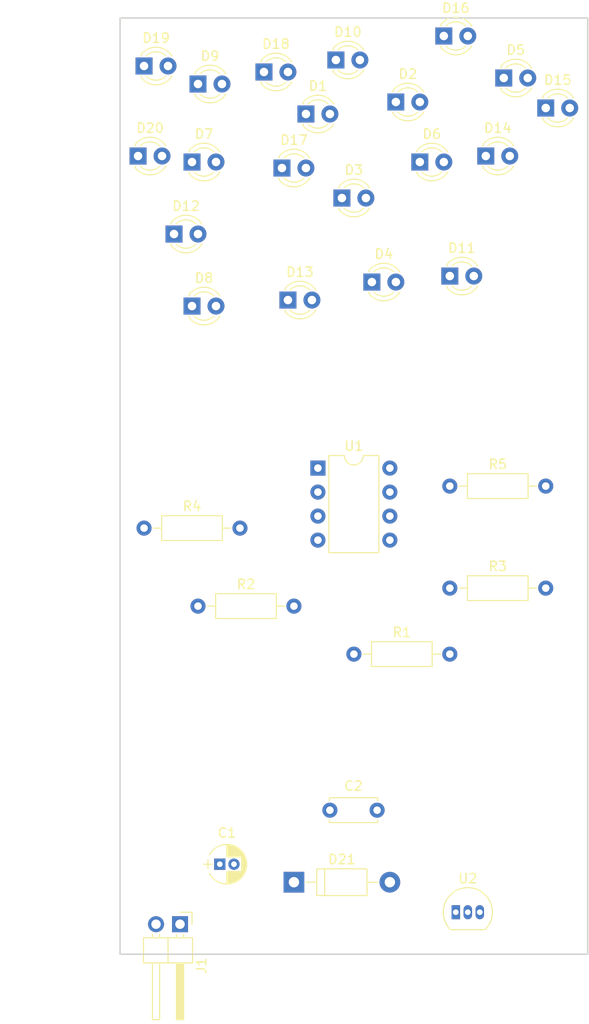
<source format=kicad_pcb>
(kicad_pcb (version 4) (host pcbnew 4.0.7)

  (general
    (links 55)
    (no_connects 22)
    (area 127.559999 44.374999 177.240001 143.585001)
    (thickness 1.6)
    (drawings 10)
    (tracks 0)
    (zones 0)
    (modules 31)
    (nets 14)
  )

  (page A4)
  (layers
    (0 F.Cu signal)
    (31 B.Cu signal)
    (32 B.Adhes user)
    (33 F.Adhes user)
    (34 B.Paste user)
    (35 F.Paste user)
    (36 B.SilkS user)
    (37 F.SilkS user)
    (38 B.Mask user)
    (39 F.Mask user)
    (40 Dwgs.User user)
    (41 Cmts.User user)
    (42 Eco1.User user)
    (43 Eco2.User user)
    (44 Edge.Cuts user)
    (45 Margin user)
    (46 B.CrtYd user)
    (47 F.CrtYd user)
    (48 B.Fab user)
    (49 F.Fab user)
  )

  (setup
    (last_trace_width 0.25)
    (trace_clearance 0.2)
    (zone_clearance 0.508)
    (zone_45_only no)
    (trace_min 0.2)
    (segment_width 0.2)
    (edge_width 0.15)
    (via_size 0.6)
    (via_drill 0.4)
    (via_min_size 0.4)
    (via_min_drill 0.3)
    (uvia_size 0.3)
    (uvia_drill 0.1)
    (uvias_allowed no)
    (uvia_min_size 0.2)
    (uvia_min_drill 0.1)
    (pcb_text_width 0.3)
    (pcb_text_size 1.5 1.5)
    (mod_edge_width 0.15)
    (mod_text_size 1 1)
    (mod_text_width 0.15)
    (pad_size 1.524 1.524)
    (pad_drill 0.762)
    (pad_to_mask_clearance 0.2)
    (aux_axis_origin 0 0)
    (visible_elements FFFFFF7F)
    (pcbplotparams
      (layerselection 0x00030_80000001)
      (usegerberextensions false)
      (excludeedgelayer true)
      (linewidth 0.100000)
      (plotframeref false)
      (viasonmask false)
      (mode 1)
      (useauxorigin false)
      (hpglpennumber 1)
      (hpglpenspeed 20)
      (hpglpendiameter 15)
      (hpglpenoverlay 2)
      (psnegative false)
      (psa4output false)
      (plotreference true)
      (plotvalue true)
      (plotinvisibletext false)
      (padsonsilk false)
      (subtractmaskfromsilk false)
      (outputformat 1)
      (mirror false)
      (drillshape 1)
      (scaleselection 1)
      (outputdirectory ""))
  )

  (net 0 "")
  (net 1 "Net-(C1-Pad1)")
  (net 2 GND)
  (net 3 VCC)
  (net 4 /L5)
  (net 5 "Net-(D1-Pad2)")
  (net 6 /L4)
  (net 7 /L3)
  (net 8 /L2)
  (net 9 "Net-(D5-Pad2)")
  (net 10 /L1)
  (net 11 "Net-(D10-Pad2)")
  (net 12 "Net-(D13-Pad2)")
  (net 13 "Net-(D17-Pad2)")

  (net_class Default "This is the default net class."
    (clearance 0.2)
    (trace_width 0.25)
    (via_dia 0.6)
    (via_drill 0.4)
    (uvia_dia 0.3)
    (uvia_drill 0.1)
    (add_net /L1)
    (add_net /L2)
    (add_net /L3)
    (add_net /L4)
    (add_net /L5)
    (add_net GND)
    (add_net "Net-(C1-Pad1)")
    (add_net "Net-(D1-Pad2)")
    (add_net "Net-(D10-Pad2)")
    (add_net "Net-(D13-Pad2)")
    (add_net "Net-(D17-Pad2)")
    (add_net "Net-(D5-Pad2)")
    (add_net VCC)
  )

  (module Capacitors_THT:CP_Radial_D4.0mm_P1.50mm (layer F.Cu) (tedit 597BC7C2) (tstamp 5B9231FD)
    (at 138.2 133.985)
    (descr "CP, Radial series, Radial, pin pitch=1.50mm, , diameter=4mm, Electrolytic Capacitor")
    (tags "CP Radial series Radial pin pitch 1.50mm  diameter 4mm Electrolytic Capacitor")
    (path /5B9229D1)
    (fp_text reference C1 (at 0.75 -3.31) (layer F.SilkS)
      (effects (font (size 1 1) (thickness 0.15)))
    )
    (fp_text value C (at 0.75 3.31) (layer F.Fab)
      (effects (font (size 1 1) (thickness 0.15)))
    )
    (fp_arc (start 0.75 0) (end -1.095996 -0.98) (angle 124.1) (layer F.SilkS) (width 0.12))
    (fp_arc (start 0.75 0) (end -1.095996 0.98) (angle -124.1) (layer F.SilkS) (width 0.12))
    (fp_arc (start 0.75 0) (end 2.595996 -0.98) (angle 55.9) (layer F.SilkS) (width 0.12))
    (fp_circle (center 0.75 0) (end 2.75 0) (layer F.Fab) (width 0.1))
    (fp_line (start -1.7 0) (end -0.8 0) (layer F.Fab) (width 0.1))
    (fp_line (start -1.25 -0.45) (end -1.25 0.45) (layer F.Fab) (width 0.1))
    (fp_line (start 0.75 0.78) (end 0.75 2.05) (layer F.SilkS) (width 0.12))
    (fp_line (start 0.75 -2.05) (end 0.75 -0.78) (layer F.SilkS) (width 0.12))
    (fp_line (start 0.79 -2.05) (end 0.79 -0.78) (layer F.SilkS) (width 0.12))
    (fp_line (start 0.79 0.78) (end 0.79 2.05) (layer F.SilkS) (width 0.12))
    (fp_line (start 0.83 -2.049) (end 0.83 -0.78) (layer F.SilkS) (width 0.12))
    (fp_line (start 0.83 0.78) (end 0.83 2.049) (layer F.SilkS) (width 0.12))
    (fp_line (start 0.87 -2.047) (end 0.87 -0.78) (layer F.SilkS) (width 0.12))
    (fp_line (start 0.87 0.78) (end 0.87 2.047) (layer F.SilkS) (width 0.12))
    (fp_line (start 0.91 -2.044) (end 0.91 -0.78) (layer F.SilkS) (width 0.12))
    (fp_line (start 0.91 0.78) (end 0.91 2.044) (layer F.SilkS) (width 0.12))
    (fp_line (start 0.95 -2.041) (end 0.95 -0.78) (layer F.SilkS) (width 0.12))
    (fp_line (start 0.95 0.78) (end 0.95 2.041) (layer F.SilkS) (width 0.12))
    (fp_line (start 0.99 -2.037) (end 0.99 -0.78) (layer F.SilkS) (width 0.12))
    (fp_line (start 0.99 0.78) (end 0.99 2.037) (layer F.SilkS) (width 0.12))
    (fp_line (start 1.03 -2.032) (end 1.03 -0.78) (layer F.SilkS) (width 0.12))
    (fp_line (start 1.03 0.78) (end 1.03 2.032) (layer F.SilkS) (width 0.12))
    (fp_line (start 1.07 -2.026) (end 1.07 -0.78) (layer F.SilkS) (width 0.12))
    (fp_line (start 1.07 0.78) (end 1.07 2.026) (layer F.SilkS) (width 0.12))
    (fp_line (start 1.11 -2.019) (end 1.11 -0.78) (layer F.SilkS) (width 0.12))
    (fp_line (start 1.11 0.78) (end 1.11 2.019) (layer F.SilkS) (width 0.12))
    (fp_line (start 1.15 -2.012) (end 1.15 -0.78) (layer F.SilkS) (width 0.12))
    (fp_line (start 1.15 0.78) (end 1.15 2.012) (layer F.SilkS) (width 0.12))
    (fp_line (start 1.19 -2.004) (end 1.19 -0.78) (layer F.SilkS) (width 0.12))
    (fp_line (start 1.19 0.78) (end 1.19 2.004) (layer F.SilkS) (width 0.12))
    (fp_line (start 1.23 -1.995) (end 1.23 -0.78) (layer F.SilkS) (width 0.12))
    (fp_line (start 1.23 0.78) (end 1.23 1.995) (layer F.SilkS) (width 0.12))
    (fp_line (start 1.27 -1.985) (end 1.27 -0.78) (layer F.SilkS) (width 0.12))
    (fp_line (start 1.27 0.78) (end 1.27 1.985) (layer F.SilkS) (width 0.12))
    (fp_line (start 1.31 -1.974) (end 1.31 -0.78) (layer F.SilkS) (width 0.12))
    (fp_line (start 1.31 0.78) (end 1.31 1.974) (layer F.SilkS) (width 0.12))
    (fp_line (start 1.35 -1.963) (end 1.35 -0.78) (layer F.SilkS) (width 0.12))
    (fp_line (start 1.35 0.78) (end 1.35 1.963) (layer F.SilkS) (width 0.12))
    (fp_line (start 1.39 -1.95) (end 1.39 -0.78) (layer F.SilkS) (width 0.12))
    (fp_line (start 1.39 0.78) (end 1.39 1.95) (layer F.SilkS) (width 0.12))
    (fp_line (start 1.43 -1.937) (end 1.43 -0.78) (layer F.SilkS) (width 0.12))
    (fp_line (start 1.43 0.78) (end 1.43 1.937) (layer F.SilkS) (width 0.12))
    (fp_line (start 1.471 -1.923) (end 1.471 -0.78) (layer F.SilkS) (width 0.12))
    (fp_line (start 1.471 0.78) (end 1.471 1.923) (layer F.SilkS) (width 0.12))
    (fp_line (start 1.511 -1.907) (end 1.511 -0.78) (layer F.SilkS) (width 0.12))
    (fp_line (start 1.511 0.78) (end 1.511 1.907) (layer F.SilkS) (width 0.12))
    (fp_line (start 1.551 -1.891) (end 1.551 -0.78) (layer F.SilkS) (width 0.12))
    (fp_line (start 1.551 0.78) (end 1.551 1.891) (layer F.SilkS) (width 0.12))
    (fp_line (start 1.591 -1.874) (end 1.591 -0.78) (layer F.SilkS) (width 0.12))
    (fp_line (start 1.591 0.78) (end 1.591 1.874) (layer F.SilkS) (width 0.12))
    (fp_line (start 1.631 -1.856) (end 1.631 -0.78) (layer F.SilkS) (width 0.12))
    (fp_line (start 1.631 0.78) (end 1.631 1.856) (layer F.SilkS) (width 0.12))
    (fp_line (start 1.671 -1.837) (end 1.671 -0.78) (layer F.SilkS) (width 0.12))
    (fp_line (start 1.671 0.78) (end 1.671 1.837) (layer F.SilkS) (width 0.12))
    (fp_line (start 1.711 -1.817) (end 1.711 -0.78) (layer F.SilkS) (width 0.12))
    (fp_line (start 1.711 0.78) (end 1.711 1.817) (layer F.SilkS) (width 0.12))
    (fp_line (start 1.751 -1.796) (end 1.751 -0.78) (layer F.SilkS) (width 0.12))
    (fp_line (start 1.751 0.78) (end 1.751 1.796) (layer F.SilkS) (width 0.12))
    (fp_line (start 1.791 -1.773) (end 1.791 -0.78) (layer F.SilkS) (width 0.12))
    (fp_line (start 1.791 0.78) (end 1.791 1.773) (layer F.SilkS) (width 0.12))
    (fp_line (start 1.831 -1.75) (end 1.831 -0.78) (layer F.SilkS) (width 0.12))
    (fp_line (start 1.831 0.78) (end 1.831 1.75) (layer F.SilkS) (width 0.12))
    (fp_line (start 1.871 -1.725) (end 1.871 -0.78) (layer F.SilkS) (width 0.12))
    (fp_line (start 1.871 0.78) (end 1.871 1.725) (layer F.SilkS) (width 0.12))
    (fp_line (start 1.911 -1.699) (end 1.911 -0.78) (layer F.SilkS) (width 0.12))
    (fp_line (start 1.911 0.78) (end 1.911 1.699) (layer F.SilkS) (width 0.12))
    (fp_line (start 1.951 -1.672) (end 1.951 -0.78) (layer F.SilkS) (width 0.12))
    (fp_line (start 1.951 0.78) (end 1.951 1.672) (layer F.SilkS) (width 0.12))
    (fp_line (start 1.991 -1.643) (end 1.991 -0.78) (layer F.SilkS) (width 0.12))
    (fp_line (start 1.991 0.78) (end 1.991 1.643) (layer F.SilkS) (width 0.12))
    (fp_line (start 2.031 -1.613) (end 2.031 -0.78) (layer F.SilkS) (width 0.12))
    (fp_line (start 2.031 0.78) (end 2.031 1.613) (layer F.SilkS) (width 0.12))
    (fp_line (start 2.071 -1.581) (end 2.071 -0.78) (layer F.SilkS) (width 0.12))
    (fp_line (start 2.071 0.78) (end 2.071 1.581) (layer F.SilkS) (width 0.12))
    (fp_line (start 2.111 -1.547) (end 2.111 -0.78) (layer F.SilkS) (width 0.12))
    (fp_line (start 2.111 0.78) (end 2.111 1.547) (layer F.SilkS) (width 0.12))
    (fp_line (start 2.151 -1.512) (end 2.151 -0.78) (layer F.SilkS) (width 0.12))
    (fp_line (start 2.151 0.78) (end 2.151 1.512) (layer F.SilkS) (width 0.12))
    (fp_line (start 2.191 -1.475) (end 2.191 -0.78) (layer F.SilkS) (width 0.12))
    (fp_line (start 2.191 0.78) (end 2.191 1.475) (layer F.SilkS) (width 0.12))
    (fp_line (start 2.231 -1.436) (end 2.231 -0.78) (layer F.SilkS) (width 0.12))
    (fp_line (start 2.231 0.78) (end 2.231 1.436) (layer F.SilkS) (width 0.12))
    (fp_line (start 2.271 -1.395) (end 2.271 -0.78) (layer F.SilkS) (width 0.12))
    (fp_line (start 2.271 0.78) (end 2.271 1.395) (layer F.SilkS) (width 0.12))
    (fp_line (start 2.311 -1.351) (end 2.311 1.351) (layer F.SilkS) (width 0.12))
    (fp_line (start 2.351 -1.305) (end 2.351 1.305) (layer F.SilkS) (width 0.12))
    (fp_line (start 2.391 -1.256) (end 2.391 1.256) (layer F.SilkS) (width 0.12))
    (fp_line (start 2.431 -1.204) (end 2.431 1.204) (layer F.SilkS) (width 0.12))
    (fp_line (start 2.471 -1.148) (end 2.471 1.148) (layer F.SilkS) (width 0.12))
    (fp_line (start 2.511 -1.088) (end 2.511 1.088) (layer F.SilkS) (width 0.12))
    (fp_line (start 2.551 -1.023) (end 2.551 1.023) (layer F.SilkS) (width 0.12))
    (fp_line (start 2.591 -0.952) (end 2.591 0.952) (layer F.SilkS) (width 0.12))
    (fp_line (start 2.631 -0.874) (end 2.631 0.874) (layer F.SilkS) (width 0.12))
    (fp_line (start 2.671 -0.786) (end 2.671 0.786) (layer F.SilkS) (width 0.12))
    (fp_line (start 2.711 -0.686) (end 2.711 0.686) (layer F.SilkS) (width 0.12))
    (fp_line (start 2.751 -0.567) (end 2.751 0.567) (layer F.SilkS) (width 0.12))
    (fp_line (start 2.791 -0.415) (end 2.791 0.415) (layer F.SilkS) (width 0.12))
    (fp_line (start 2.831 -0.165) (end 2.831 0.165) (layer F.SilkS) (width 0.12))
    (fp_line (start -1.7 0) (end -0.8 0) (layer F.SilkS) (width 0.12))
    (fp_line (start -1.25 -0.45) (end -1.25 0.45) (layer F.SilkS) (width 0.12))
    (fp_line (start -1.6 -2.35) (end -1.6 2.35) (layer F.CrtYd) (width 0.05))
    (fp_line (start -1.6 2.35) (end 3.1 2.35) (layer F.CrtYd) (width 0.05))
    (fp_line (start 3.1 2.35) (end 3.1 -2.35) (layer F.CrtYd) (width 0.05))
    (fp_line (start 3.1 -2.35) (end -1.6 -2.35) (layer F.CrtYd) (width 0.05))
    (fp_text user %R (at 0.75 0) (layer F.Fab)
      (effects (font (size 1 1) (thickness 0.15)))
    )
    (pad 1 thru_hole rect (at 0 0) (size 1.2 1.2) (drill 0.6) (layers *.Cu *.Mask)
      (net 1 "Net-(C1-Pad1)"))
    (pad 2 thru_hole circle (at 1.5 0) (size 1.2 1.2) (drill 0.6) (layers *.Cu *.Mask)
      (net 2 GND))
    (model ${KISYS3DMOD}/Capacitors_THT.3dshapes/CP_Radial_D4.0mm_P1.50mm.wrl
      (at (xyz 0 0 0))
      (scale (xyz 1 1 1))
      (rotate (xyz 0 0 0))
    )
  )

  (module Capacitors_THT:C_Disc_D5.0mm_W2.5mm_P5.00mm (layer F.Cu) (tedit 597BC7C2) (tstamp 5B923203)
    (at 149.86 128.27)
    (descr "C, Disc series, Radial, pin pitch=5.00mm, , diameter*width=5*2.5mm^2, Capacitor, http://cdn-reichelt.de/documents/datenblatt/B300/DS_KERKO_TC.pdf")
    (tags "C Disc series Radial pin pitch 5.00mm  diameter 5mm width 2.5mm Capacitor")
    (path /5B922A86)
    (fp_text reference C2 (at 2.5 -2.56) (layer F.SilkS)
      (effects (font (size 1 1) (thickness 0.15)))
    )
    (fp_text value C (at 2.5 2.56) (layer F.Fab)
      (effects (font (size 1 1) (thickness 0.15)))
    )
    (fp_line (start 0 -1.25) (end 0 1.25) (layer F.Fab) (width 0.1))
    (fp_line (start 0 1.25) (end 5 1.25) (layer F.Fab) (width 0.1))
    (fp_line (start 5 1.25) (end 5 -1.25) (layer F.Fab) (width 0.1))
    (fp_line (start 5 -1.25) (end 0 -1.25) (layer F.Fab) (width 0.1))
    (fp_line (start -0.06 -1.31) (end 5.06 -1.31) (layer F.SilkS) (width 0.12))
    (fp_line (start -0.06 1.31) (end 5.06 1.31) (layer F.SilkS) (width 0.12))
    (fp_line (start -0.06 -1.31) (end -0.06 -0.996) (layer F.SilkS) (width 0.12))
    (fp_line (start -0.06 0.996) (end -0.06 1.31) (layer F.SilkS) (width 0.12))
    (fp_line (start 5.06 -1.31) (end 5.06 -0.996) (layer F.SilkS) (width 0.12))
    (fp_line (start 5.06 0.996) (end 5.06 1.31) (layer F.SilkS) (width 0.12))
    (fp_line (start -1.05 -1.6) (end -1.05 1.6) (layer F.CrtYd) (width 0.05))
    (fp_line (start -1.05 1.6) (end 6.05 1.6) (layer F.CrtYd) (width 0.05))
    (fp_line (start 6.05 1.6) (end 6.05 -1.6) (layer F.CrtYd) (width 0.05))
    (fp_line (start 6.05 -1.6) (end -1.05 -1.6) (layer F.CrtYd) (width 0.05))
    (fp_text user %R (at 2.5 0) (layer F.Fab)
      (effects (font (size 1 1) (thickness 0.15)))
    )
    (pad 1 thru_hole circle (at 0 0) (size 1.6 1.6) (drill 0.8) (layers *.Cu *.Mask)
      (net 3 VCC))
    (pad 2 thru_hole circle (at 5 0) (size 1.6 1.6) (drill 0.8) (layers *.Cu *.Mask)
      (net 2 GND))
    (model ${KISYS3DMOD}/Capacitors_THT.3dshapes/C_Disc_D5.0mm_W2.5mm_P5.00mm.wrl
      (at (xyz 0 0 0))
      (scale (xyz 1 1 1))
      (rotate (xyz 0 0 0))
    )
  )

  (module LEDs:LED_D3.0mm (layer F.Cu) (tedit 587A3A7B) (tstamp 5B923209)
    (at 147.32 54.61)
    (descr "LED, diameter 3.0mm, 2 pins")
    (tags "LED diameter 3.0mm 2 pins")
    (path /5B90D148)
    (fp_text reference D1 (at 1.27 -2.96) (layer F.SilkS)
      (effects (font (size 1 1) (thickness 0.15)))
    )
    (fp_text value LED (at 1.27 2.96) (layer F.Fab)
      (effects (font (size 1 1) (thickness 0.15)))
    )
    (fp_arc (start 1.27 0) (end -0.23 -1.16619) (angle 284.3) (layer F.Fab) (width 0.1))
    (fp_arc (start 1.27 0) (end -0.29 -1.235516) (angle 108.8) (layer F.SilkS) (width 0.12))
    (fp_arc (start 1.27 0) (end -0.29 1.235516) (angle -108.8) (layer F.SilkS) (width 0.12))
    (fp_arc (start 1.27 0) (end 0.229039 -1.08) (angle 87.9) (layer F.SilkS) (width 0.12))
    (fp_arc (start 1.27 0) (end 0.229039 1.08) (angle -87.9) (layer F.SilkS) (width 0.12))
    (fp_circle (center 1.27 0) (end 2.77 0) (layer F.Fab) (width 0.1))
    (fp_line (start -0.23 -1.16619) (end -0.23 1.16619) (layer F.Fab) (width 0.1))
    (fp_line (start -0.29 -1.236) (end -0.29 -1.08) (layer F.SilkS) (width 0.12))
    (fp_line (start -0.29 1.08) (end -0.29 1.236) (layer F.SilkS) (width 0.12))
    (fp_line (start -1.15 -2.25) (end -1.15 2.25) (layer F.CrtYd) (width 0.05))
    (fp_line (start -1.15 2.25) (end 3.7 2.25) (layer F.CrtYd) (width 0.05))
    (fp_line (start 3.7 2.25) (end 3.7 -2.25) (layer F.CrtYd) (width 0.05))
    (fp_line (start 3.7 -2.25) (end -1.15 -2.25) (layer F.CrtYd) (width 0.05))
    (pad 1 thru_hole rect (at 0 0) (size 1.8 1.8) (drill 0.9) (layers *.Cu *.Mask)
      (net 4 /L5))
    (pad 2 thru_hole circle (at 2.54 0) (size 1.8 1.8) (drill 0.9) (layers *.Cu *.Mask)
      (net 5 "Net-(D1-Pad2)"))
    (model ${KISYS3DMOD}/LEDs.3dshapes/LED_D3.0mm.wrl
      (at (xyz 0 0 0))
      (scale (xyz 0.393701 0.393701 0.393701))
      (rotate (xyz 0 0 0))
    )
  )

  (module LEDs:LED_D3.0mm (layer F.Cu) (tedit 587A3A7B) (tstamp 5B92320F)
    (at 156.845 53.34)
    (descr "LED, diameter 3.0mm, 2 pins")
    (tags "LED diameter 3.0mm 2 pins")
    (path /5B90D0C0)
    (fp_text reference D2 (at 1.27 -2.96) (layer F.SilkS)
      (effects (font (size 1 1) (thickness 0.15)))
    )
    (fp_text value LED (at 1.27 2.96) (layer F.Fab)
      (effects (font (size 1 1) (thickness 0.15)))
    )
    (fp_arc (start 1.27 0) (end -0.23 -1.16619) (angle 284.3) (layer F.Fab) (width 0.1))
    (fp_arc (start 1.27 0) (end -0.29 -1.235516) (angle 108.8) (layer F.SilkS) (width 0.12))
    (fp_arc (start 1.27 0) (end -0.29 1.235516) (angle -108.8) (layer F.SilkS) (width 0.12))
    (fp_arc (start 1.27 0) (end 0.229039 -1.08) (angle 87.9) (layer F.SilkS) (width 0.12))
    (fp_arc (start 1.27 0) (end 0.229039 1.08) (angle -87.9) (layer F.SilkS) (width 0.12))
    (fp_circle (center 1.27 0) (end 2.77 0) (layer F.Fab) (width 0.1))
    (fp_line (start -0.23 -1.16619) (end -0.23 1.16619) (layer F.Fab) (width 0.1))
    (fp_line (start -0.29 -1.236) (end -0.29 -1.08) (layer F.SilkS) (width 0.12))
    (fp_line (start -0.29 1.08) (end -0.29 1.236) (layer F.SilkS) (width 0.12))
    (fp_line (start -1.15 -2.25) (end -1.15 2.25) (layer F.CrtYd) (width 0.05))
    (fp_line (start -1.15 2.25) (end 3.7 2.25) (layer F.CrtYd) (width 0.05))
    (fp_line (start 3.7 2.25) (end 3.7 -2.25) (layer F.CrtYd) (width 0.05))
    (fp_line (start 3.7 -2.25) (end -1.15 -2.25) (layer F.CrtYd) (width 0.05))
    (pad 1 thru_hole rect (at 0 0) (size 1.8 1.8) (drill 0.9) (layers *.Cu *.Mask)
      (net 6 /L4))
    (pad 2 thru_hole circle (at 2.54 0) (size 1.8 1.8) (drill 0.9) (layers *.Cu *.Mask)
      (net 5 "Net-(D1-Pad2)"))
    (model ${KISYS3DMOD}/LEDs.3dshapes/LED_D3.0mm.wrl
      (at (xyz 0 0 0))
      (scale (xyz 0.393701 0.393701 0.393701))
      (rotate (xyz 0 0 0))
    )
  )

  (module LEDs:LED_D3.0mm (layer F.Cu) (tedit 587A3A7B) (tstamp 5B923215)
    (at 151.13 63.5)
    (descr "LED, diameter 3.0mm, 2 pins")
    (tags "LED diameter 3.0mm 2 pins")
    (path /5B90D09B)
    (fp_text reference D3 (at 1.27 -2.96) (layer F.SilkS)
      (effects (font (size 1 1) (thickness 0.15)))
    )
    (fp_text value LED (at 1.27 2.96) (layer F.Fab)
      (effects (font (size 1 1) (thickness 0.15)))
    )
    (fp_arc (start 1.27 0) (end -0.23 -1.16619) (angle 284.3) (layer F.Fab) (width 0.1))
    (fp_arc (start 1.27 0) (end -0.29 -1.235516) (angle 108.8) (layer F.SilkS) (width 0.12))
    (fp_arc (start 1.27 0) (end -0.29 1.235516) (angle -108.8) (layer F.SilkS) (width 0.12))
    (fp_arc (start 1.27 0) (end 0.229039 -1.08) (angle 87.9) (layer F.SilkS) (width 0.12))
    (fp_arc (start 1.27 0) (end 0.229039 1.08) (angle -87.9) (layer F.SilkS) (width 0.12))
    (fp_circle (center 1.27 0) (end 2.77 0) (layer F.Fab) (width 0.1))
    (fp_line (start -0.23 -1.16619) (end -0.23 1.16619) (layer F.Fab) (width 0.1))
    (fp_line (start -0.29 -1.236) (end -0.29 -1.08) (layer F.SilkS) (width 0.12))
    (fp_line (start -0.29 1.08) (end -0.29 1.236) (layer F.SilkS) (width 0.12))
    (fp_line (start -1.15 -2.25) (end -1.15 2.25) (layer F.CrtYd) (width 0.05))
    (fp_line (start -1.15 2.25) (end 3.7 2.25) (layer F.CrtYd) (width 0.05))
    (fp_line (start 3.7 2.25) (end 3.7 -2.25) (layer F.CrtYd) (width 0.05))
    (fp_line (start 3.7 -2.25) (end -1.15 -2.25) (layer F.CrtYd) (width 0.05))
    (pad 1 thru_hole rect (at 0 0) (size 1.8 1.8) (drill 0.9) (layers *.Cu *.Mask)
      (net 7 /L3))
    (pad 2 thru_hole circle (at 2.54 0) (size 1.8 1.8) (drill 0.9) (layers *.Cu *.Mask)
      (net 5 "Net-(D1-Pad2)"))
    (model ${KISYS3DMOD}/LEDs.3dshapes/LED_D3.0mm.wrl
      (at (xyz 0 0 0))
      (scale (xyz 0.393701 0.393701 0.393701))
      (rotate (xyz 0 0 0))
    )
  )

  (module LEDs:LED_D3.0mm (layer F.Cu) (tedit 587A3A7B) (tstamp 5B92321B)
    (at 154.305 72.39)
    (descr "LED, diameter 3.0mm, 2 pins")
    (tags "LED diameter 3.0mm 2 pins")
    (path /5B90D048)
    (fp_text reference D4 (at 1.27 -2.96) (layer F.SilkS)
      (effects (font (size 1 1) (thickness 0.15)))
    )
    (fp_text value LED (at 1.27 2.96) (layer F.Fab)
      (effects (font (size 1 1) (thickness 0.15)))
    )
    (fp_arc (start 1.27 0) (end -0.23 -1.16619) (angle 284.3) (layer F.Fab) (width 0.1))
    (fp_arc (start 1.27 0) (end -0.29 -1.235516) (angle 108.8) (layer F.SilkS) (width 0.12))
    (fp_arc (start 1.27 0) (end -0.29 1.235516) (angle -108.8) (layer F.SilkS) (width 0.12))
    (fp_arc (start 1.27 0) (end 0.229039 -1.08) (angle 87.9) (layer F.SilkS) (width 0.12))
    (fp_arc (start 1.27 0) (end 0.229039 1.08) (angle -87.9) (layer F.SilkS) (width 0.12))
    (fp_circle (center 1.27 0) (end 2.77 0) (layer F.Fab) (width 0.1))
    (fp_line (start -0.23 -1.16619) (end -0.23 1.16619) (layer F.Fab) (width 0.1))
    (fp_line (start -0.29 -1.236) (end -0.29 -1.08) (layer F.SilkS) (width 0.12))
    (fp_line (start -0.29 1.08) (end -0.29 1.236) (layer F.SilkS) (width 0.12))
    (fp_line (start -1.15 -2.25) (end -1.15 2.25) (layer F.CrtYd) (width 0.05))
    (fp_line (start -1.15 2.25) (end 3.7 2.25) (layer F.CrtYd) (width 0.05))
    (fp_line (start 3.7 2.25) (end 3.7 -2.25) (layer F.CrtYd) (width 0.05))
    (fp_line (start 3.7 -2.25) (end -1.15 -2.25) (layer F.CrtYd) (width 0.05))
    (pad 1 thru_hole rect (at 0 0) (size 1.8 1.8) (drill 0.9) (layers *.Cu *.Mask)
      (net 8 /L2))
    (pad 2 thru_hole circle (at 2.54 0) (size 1.8 1.8) (drill 0.9) (layers *.Cu *.Mask)
      (net 5 "Net-(D1-Pad2)"))
    (model ${KISYS3DMOD}/LEDs.3dshapes/LED_D3.0mm.wrl
      (at (xyz 0 0 0))
      (scale (xyz 0.393701 0.393701 0.393701))
      (rotate (xyz 0 0 0))
    )
  )

  (module LEDs:LED_D3.0mm (layer F.Cu) (tedit 587A3A7B) (tstamp 5B923221)
    (at 168.275 50.8)
    (descr "LED, diameter 3.0mm, 2 pins")
    (tags "LED diameter 3.0mm 2 pins")
    (path /5B90DC01)
    (fp_text reference D5 (at 1.27 -2.96) (layer F.SilkS)
      (effects (font (size 1 1) (thickness 0.15)))
    )
    (fp_text value LED (at 1.27 2.96) (layer F.Fab)
      (effects (font (size 1 1) (thickness 0.15)))
    )
    (fp_arc (start 1.27 0) (end -0.23 -1.16619) (angle 284.3) (layer F.Fab) (width 0.1))
    (fp_arc (start 1.27 0) (end -0.29 -1.235516) (angle 108.8) (layer F.SilkS) (width 0.12))
    (fp_arc (start 1.27 0) (end -0.29 1.235516) (angle -108.8) (layer F.SilkS) (width 0.12))
    (fp_arc (start 1.27 0) (end 0.229039 -1.08) (angle 87.9) (layer F.SilkS) (width 0.12))
    (fp_arc (start 1.27 0) (end 0.229039 1.08) (angle -87.9) (layer F.SilkS) (width 0.12))
    (fp_circle (center 1.27 0) (end 2.77 0) (layer F.Fab) (width 0.1))
    (fp_line (start -0.23 -1.16619) (end -0.23 1.16619) (layer F.Fab) (width 0.1))
    (fp_line (start -0.29 -1.236) (end -0.29 -1.08) (layer F.SilkS) (width 0.12))
    (fp_line (start -0.29 1.08) (end -0.29 1.236) (layer F.SilkS) (width 0.12))
    (fp_line (start -1.15 -2.25) (end -1.15 2.25) (layer F.CrtYd) (width 0.05))
    (fp_line (start -1.15 2.25) (end 3.7 2.25) (layer F.CrtYd) (width 0.05))
    (fp_line (start 3.7 2.25) (end 3.7 -2.25) (layer F.CrtYd) (width 0.05))
    (fp_line (start 3.7 -2.25) (end -1.15 -2.25) (layer F.CrtYd) (width 0.05))
    (pad 1 thru_hole rect (at 0 0) (size 1.8 1.8) (drill 0.9) (layers *.Cu *.Mask)
      (net 4 /L5))
    (pad 2 thru_hole circle (at 2.54 0) (size 1.8 1.8) (drill 0.9) (layers *.Cu *.Mask)
      (net 9 "Net-(D5-Pad2)"))
    (model ${KISYS3DMOD}/LEDs.3dshapes/LED_D3.0mm.wrl
      (at (xyz 0 0 0))
      (scale (xyz 0.393701 0.393701 0.393701))
      (rotate (xyz 0 0 0))
    )
  )

  (module LEDs:LED_D3.0mm (layer F.Cu) (tedit 587A3A7B) (tstamp 5B923227)
    (at 159.385 59.69)
    (descr "LED, diameter 3.0mm, 2 pins")
    (tags "LED diameter 3.0mm 2 pins")
    (path /5B90DBCF)
    (fp_text reference D6 (at 1.27 -2.96) (layer F.SilkS)
      (effects (font (size 1 1) (thickness 0.15)))
    )
    (fp_text value LED (at 1.27 2.96) (layer F.Fab)
      (effects (font (size 1 1) (thickness 0.15)))
    )
    (fp_arc (start 1.27 0) (end -0.23 -1.16619) (angle 284.3) (layer F.Fab) (width 0.1))
    (fp_arc (start 1.27 0) (end -0.29 -1.235516) (angle 108.8) (layer F.SilkS) (width 0.12))
    (fp_arc (start 1.27 0) (end -0.29 1.235516) (angle -108.8) (layer F.SilkS) (width 0.12))
    (fp_arc (start 1.27 0) (end 0.229039 -1.08) (angle 87.9) (layer F.SilkS) (width 0.12))
    (fp_arc (start 1.27 0) (end 0.229039 1.08) (angle -87.9) (layer F.SilkS) (width 0.12))
    (fp_circle (center 1.27 0) (end 2.77 0) (layer F.Fab) (width 0.1))
    (fp_line (start -0.23 -1.16619) (end -0.23 1.16619) (layer F.Fab) (width 0.1))
    (fp_line (start -0.29 -1.236) (end -0.29 -1.08) (layer F.SilkS) (width 0.12))
    (fp_line (start -0.29 1.08) (end -0.29 1.236) (layer F.SilkS) (width 0.12))
    (fp_line (start -1.15 -2.25) (end -1.15 2.25) (layer F.CrtYd) (width 0.05))
    (fp_line (start -1.15 2.25) (end 3.7 2.25) (layer F.CrtYd) (width 0.05))
    (fp_line (start 3.7 2.25) (end 3.7 -2.25) (layer F.CrtYd) (width 0.05))
    (fp_line (start 3.7 -2.25) (end -1.15 -2.25) (layer F.CrtYd) (width 0.05))
    (pad 1 thru_hole rect (at 0 0) (size 1.8 1.8) (drill 0.9) (layers *.Cu *.Mask)
      (net 6 /L4))
    (pad 2 thru_hole circle (at 2.54 0) (size 1.8 1.8) (drill 0.9) (layers *.Cu *.Mask)
      (net 9 "Net-(D5-Pad2)"))
    (model ${KISYS3DMOD}/LEDs.3dshapes/LED_D3.0mm.wrl
      (at (xyz 0 0 0))
      (scale (xyz 0.393701 0.393701 0.393701))
      (rotate (xyz 0 0 0))
    )
  )

  (module LEDs:LED_D3.0mm (layer F.Cu) (tedit 587A3A7B) (tstamp 5B92322D)
    (at 135.255 59.69)
    (descr "LED, diameter 3.0mm, 2 pins")
    (tags "LED diameter 3.0mm 2 pins")
    (path /5B90DB9E)
    (fp_text reference D7 (at 1.27 -2.96) (layer F.SilkS)
      (effects (font (size 1 1) (thickness 0.15)))
    )
    (fp_text value LED (at 1.27 2.96) (layer F.Fab)
      (effects (font (size 1 1) (thickness 0.15)))
    )
    (fp_arc (start 1.27 0) (end -0.23 -1.16619) (angle 284.3) (layer F.Fab) (width 0.1))
    (fp_arc (start 1.27 0) (end -0.29 -1.235516) (angle 108.8) (layer F.SilkS) (width 0.12))
    (fp_arc (start 1.27 0) (end -0.29 1.235516) (angle -108.8) (layer F.SilkS) (width 0.12))
    (fp_arc (start 1.27 0) (end 0.229039 -1.08) (angle 87.9) (layer F.SilkS) (width 0.12))
    (fp_arc (start 1.27 0) (end 0.229039 1.08) (angle -87.9) (layer F.SilkS) (width 0.12))
    (fp_circle (center 1.27 0) (end 2.77 0) (layer F.Fab) (width 0.1))
    (fp_line (start -0.23 -1.16619) (end -0.23 1.16619) (layer F.Fab) (width 0.1))
    (fp_line (start -0.29 -1.236) (end -0.29 -1.08) (layer F.SilkS) (width 0.12))
    (fp_line (start -0.29 1.08) (end -0.29 1.236) (layer F.SilkS) (width 0.12))
    (fp_line (start -1.15 -2.25) (end -1.15 2.25) (layer F.CrtYd) (width 0.05))
    (fp_line (start -1.15 2.25) (end 3.7 2.25) (layer F.CrtYd) (width 0.05))
    (fp_line (start 3.7 2.25) (end 3.7 -2.25) (layer F.CrtYd) (width 0.05))
    (fp_line (start 3.7 -2.25) (end -1.15 -2.25) (layer F.CrtYd) (width 0.05))
    (pad 1 thru_hole rect (at 0 0) (size 1.8 1.8) (drill 0.9) (layers *.Cu *.Mask)
      (net 7 /L3))
    (pad 2 thru_hole circle (at 2.54 0) (size 1.8 1.8) (drill 0.9) (layers *.Cu *.Mask)
      (net 9 "Net-(D5-Pad2)"))
    (model ${KISYS3DMOD}/LEDs.3dshapes/LED_D3.0mm.wrl
      (at (xyz 0 0 0))
      (scale (xyz 0.393701 0.393701 0.393701))
      (rotate (xyz 0 0 0))
    )
  )

  (module LEDs:LED_D3.0mm (layer F.Cu) (tedit 587A3A7B) (tstamp 5B923233)
    (at 135.255 74.93)
    (descr "LED, diameter 3.0mm, 2 pins")
    (tags "LED diameter 3.0mm 2 pins")
    (path /5B90DB20)
    (fp_text reference D8 (at 1.27 -2.96) (layer F.SilkS)
      (effects (font (size 1 1) (thickness 0.15)))
    )
    (fp_text value LED (at 1.27 2.96) (layer F.Fab)
      (effects (font (size 1 1) (thickness 0.15)))
    )
    (fp_arc (start 1.27 0) (end -0.23 -1.16619) (angle 284.3) (layer F.Fab) (width 0.1))
    (fp_arc (start 1.27 0) (end -0.29 -1.235516) (angle 108.8) (layer F.SilkS) (width 0.12))
    (fp_arc (start 1.27 0) (end -0.29 1.235516) (angle -108.8) (layer F.SilkS) (width 0.12))
    (fp_arc (start 1.27 0) (end 0.229039 -1.08) (angle 87.9) (layer F.SilkS) (width 0.12))
    (fp_arc (start 1.27 0) (end 0.229039 1.08) (angle -87.9) (layer F.SilkS) (width 0.12))
    (fp_circle (center 1.27 0) (end 2.77 0) (layer F.Fab) (width 0.1))
    (fp_line (start -0.23 -1.16619) (end -0.23 1.16619) (layer F.Fab) (width 0.1))
    (fp_line (start -0.29 -1.236) (end -0.29 -1.08) (layer F.SilkS) (width 0.12))
    (fp_line (start -0.29 1.08) (end -0.29 1.236) (layer F.SilkS) (width 0.12))
    (fp_line (start -1.15 -2.25) (end -1.15 2.25) (layer F.CrtYd) (width 0.05))
    (fp_line (start -1.15 2.25) (end 3.7 2.25) (layer F.CrtYd) (width 0.05))
    (fp_line (start 3.7 2.25) (end 3.7 -2.25) (layer F.CrtYd) (width 0.05))
    (fp_line (start 3.7 -2.25) (end -1.15 -2.25) (layer F.CrtYd) (width 0.05))
    (pad 1 thru_hole rect (at 0 0) (size 1.8 1.8) (drill 0.9) (layers *.Cu *.Mask)
      (net 10 /L1))
    (pad 2 thru_hole circle (at 2.54 0) (size 1.8 1.8) (drill 0.9) (layers *.Cu *.Mask)
      (net 9 "Net-(D5-Pad2)"))
    (model ${KISYS3DMOD}/LEDs.3dshapes/LED_D3.0mm.wrl
      (at (xyz 0 0 0))
      (scale (xyz 0.393701 0.393701 0.393701))
      (rotate (xyz 0 0 0))
    )
  )

  (module LEDs:LED_D3.0mm (layer F.Cu) (tedit 587A3A7B) (tstamp 5B923239)
    (at 135.89 51.435)
    (descr "LED, diameter 3.0mm, 2 pins")
    (tags "LED diameter 3.0mm 2 pins")
    (path /5B918C68)
    (fp_text reference D9 (at 1.27 -2.96) (layer F.SilkS)
      (effects (font (size 1 1) (thickness 0.15)))
    )
    (fp_text value LED (at 1.27 2.96) (layer F.Fab)
      (effects (font (size 1 1) (thickness 0.15)))
    )
    (fp_arc (start 1.27 0) (end -0.23 -1.16619) (angle 284.3) (layer F.Fab) (width 0.1))
    (fp_arc (start 1.27 0) (end -0.29 -1.235516) (angle 108.8) (layer F.SilkS) (width 0.12))
    (fp_arc (start 1.27 0) (end -0.29 1.235516) (angle -108.8) (layer F.SilkS) (width 0.12))
    (fp_arc (start 1.27 0) (end 0.229039 -1.08) (angle 87.9) (layer F.SilkS) (width 0.12))
    (fp_arc (start 1.27 0) (end 0.229039 1.08) (angle -87.9) (layer F.SilkS) (width 0.12))
    (fp_circle (center 1.27 0) (end 2.77 0) (layer F.Fab) (width 0.1))
    (fp_line (start -0.23 -1.16619) (end -0.23 1.16619) (layer F.Fab) (width 0.1))
    (fp_line (start -0.29 -1.236) (end -0.29 -1.08) (layer F.SilkS) (width 0.12))
    (fp_line (start -0.29 1.08) (end -0.29 1.236) (layer F.SilkS) (width 0.12))
    (fp_line (start -1.15 -2.25) (end -1.15 2.25) (layer F.CrtYd) (width 0.05))
    (fp_line (start -1.15 2.25) (end 3.7 2.25) (layer F.CrtYd) (width 0.05))
    (fp_line (start 3.7 2.25) (end 3.7 -2.25) (layer F.CrtYd) (width 0.05))
    (fp_line (start 3.7 -2.25) (end -1.15 -2.25) (layer F.CrtYd) (width 0.05))
    (pad 1 thru_hole rect (at 0 0) (size 1.8 1.8) (drill 0.9) (layers *.Cu *.Mask)
      (net 4 /L5))
    (pad 2 thru_hole circle (at 2.54 0) (size 1.8 1.8) (drill 0.9) (layers *.Cu *.Mask))
    (model ${KISYS3DMOD}/LEDs.3dshapes/LED_D3.0mm.wrl
      (at (xyz 0 0 0))
      (scale (xyz 0.393701 0.393701 0.393701))
      (rotate (xyz 0 0 0))
    )
  )

  (module LEDs:LED_D3.0mm (layer F.Cu) (tedit 587A3A7B) (tstamp 5B92323F)
    (at 150.495 48.895)
    (descr "LED, diameter 3.0mm, 2 pins")
    (tags "LED diameter 3.0mm 2 pins")
    (path /5B918C2C)
    (fp_text reference D10 (at 1.27 -2.96) (layer F.SilkS)
      (effects (font (size 1 1) (thickness 0.15)))
    )
    (fp_text value LED (at 1.27 2.96) (layer F.Fab)
      (effects (font (size 1 1) (thickness 0.15)))
    )
    (fp_arc (start 1.27 0) (end -0.23 -1.16619) (angle 284.3) (layer F.Fab) (width 0.1))
    (fp_arc (start 1.27 0) (end -0.29 -1.235516) (angle 108.8) (layer F.SilkS) (width 0.12))
    (fp_arc (start 1.27 0) (end -0.29 1.235516) (angle -108.8) (layer F.SilkS) (width 0.12))
    (fp_arc (start 1.27 0) (end 0.229039 -1.08) (angle 87.9) (layer F.SilkS) (width 0.12))
    (fp_arc (start 1.27 0) (end 0.229039 1.08) (angle -87.9) (layer F.SilkS) (width 0.12))
    (fp_circle (center 1.27 0) (end 2.77 0) (layer F.Fab) (width 0.1))
    (fp_line (start -0.23 -1.16619) (end -0.23 1.16619) (layer F.Fab) (width 0.1))
    (fp_line (start -0.29 -1.236) (end -0.29 -1.08) (layer F.SilkS) (width 0.12))
    (fp_line (start -0.29 1.08) (end -0.29 1.236) (layer F.SilkS) (width 0.12))
    (fp_line (start -1.15 -2.25) (end -1.15 2.25) (layer F.CrtYd) (width 0.05))
    (fp_line (start -1.15 2.25) (end 3.7 2.25) (layer F.CrtYd) (width 0.05))
    (fp_line (start 3.7 2.25) (end 3.7 -2.25) (layer F.CrtYd) (width 0.05))
    (fp_line (start 3.7 -2.25) (end -1.15 -2.25) (layer F.CrtYd) (width 0.05))
    (pad 1 thru_hole rect (at 0 0) (size 1.8 1.8) (drill 0.9) (layers *.Cu *.Mask)
      (net 6 /L4))
    (pad 2 thru_hole circle (at 2.54 0) (size 1.8 1.8) (drill 0.9) (layers *.Cu *.Mask)
      (net 11 "Net-(D10-Pad2)"))
    (model ${KISYS3DMOD}/LEDs.3dshapes/LED_D3.0mm.wrl
      (at (xyz 0 0 0))
      (scale (xyz 0.393701 0.393701 0.393701))
      (rotate (xyz 0 0 0))
    )
  )

  (module LEDs:LED_D3.0mm (layer F.Cu) (tedit 587A3A7B) (tstamp 5B923245)
    (at 162.56 71.755)
    (descr "LED, diameter 3.0mm, 2 pins")
    (tags "LED diameter 3.0mm 2 pins")
    (path /5B918BB1)
    (fp_text reference D11 (at 1.27 -2.96) (layer F.SilkS)
      (effects (font (size 1 1) (thickness 0.15)))
    )
    (fp_text value LED (at 1.27 2.96) (layer F.Fab)
      (effects (font (size 1 1) (thickness 0.15)))
    )
    (fp_arc (start 1.27 0) (end -0.23 -1.16619) (angle 284.3) (layer F.Fab) (width 0.1))
    (fp_arc (start 1.27 0) (end -0.29 -1.235516) (angle 108.8) (layer F.SilkS) (width 0.12))
    (fp_arc (start 1.27 0) (end -0.29 1.235516) (angle -108.8) (layer F.SilkS) (width 0.12))
    (fp_arc (start 1.27 0) (end 0.229039 -1.08) (angle 87.9) (layer F.SilkS) (width 0.12))
    (fp_arc (start 1.27 0) (end 0.229039 1.08) (angle -87.9) (layer F.SilkS) (width 0.12))
    (fp_circle (center 1.27 0) (end 2.77 0) (layer F.Fab) (width 0.1))
    (fp_line (start -0.23 -1.16619) (end -0.23 1.16619) (layer F.Fab) (width 0.1))
    (fp_line (start -0.29 -1.236) (end -0.29 -1.08) (layer F.SilkS) (width 0.12))
    (fp_line (start -0.29 1.08) (end -0.29 1.236) (layer F.SilkS) (width 0.12))
    (fp_line (start -1.15 -2.25) (end -1.15 2.25) (layer F.CrtYd) (width 0.05))
    (fp_line (start -1.15 2.25) (end 3.7 2.25) (layer F.CrtYd) (width 0.05))
    (fp_line (start 3.7 2.25) (end 3.7 -2.25) (layer F.CrtYd) (width 0.05))
    (fp_line (start 3.7 -2.25) (end -1.15 -2.25) (layer F.CrtYd) (width 0.05))
    (pad 1 thru_hole rect (at 0 0) (size 1.8 1.8) (drill 0.9) (layers *.Cu *.Mask)
      (net 8 /L2))
    (pad 2 thru_hole circle (at 2.54 0) (size 1.8 1.8) (drill 0.9) (layers *.Cu *.Mask)
      (net 11 "Net-(D10-Pad2)"))
    (model ${KISYS3DMOD}/LEDs.3dshapes/LED_D3.0mm.wrl
      (at (xyz 0 0 0))
      (scale (xyz 0.393701 0.393701 0.393701))
      (rotate (xyz 0 0 0))
    )
  )

  (module LEDs:LED_D3.0mm (layer F.Cu) (tedit 587A3A7B) (tstamp 5B92324B)
    (at 133.35 67.31)
    (descr "LED, diameter 3.0mm, 2 pins")
    (tags "LED diameter 3.0mm 2 pins")
    (path /5B918B55)
    (fp_text reference D12 (at 1.27 -2.96) (layer F.SilkS)
      (effects (font (size 1 1) (thickness 0.15)))
    )
    (fp_text value LED (at 1.27 2.96) (layer F.Fab)
      (effects (font (size 1 1) (thickness 0.15)))
    )
    (fp_arc (start 1.27 0) (end -0.23 -1.16619) (angle 284.3) (layer F.Fab) (width 0.1))
    (fp_arc (start 1.27 0) (end -0.29 -1.235516) (angle 108.8) (layer F.SilkS) (width 0.12))
    (fp_arc (start 1.27 0) (end -0.29 1.235516) (angle -108.8) (layer F.SilkS) (width 0.12))
    (fp_arc (start 1.27 0) (end 0.229039 -1.08) (angle 87.9) (layer F.SilkS) (width 0.12))
    (fp_arc (start 1.27 0) (end 0.229039 1.08) (angle -87.9) (layer F.SilkS) (width 0.12))
    (fp_circle (center 1.27 0) (end 2.77 0) (layer F.Fab) (width 0.1))
    (fp_line (start -0.23 -1.16619) (end -0.23 1.16619) (layer F.Fab) (width 0.1))
    (fp_line (start -0.29 -1.236) (end -0.29 -1.08) (layer F.SilkS) (width 0.12))
    (fp_line (start -0.29 1.08) (end -0.29 1.236) (layer F.SilkS) (width 0.12))
    (fp_line (start -1.15 -2.25) (end -1.15 2.25) (layer F.CrtYd) (width 0.05))
    (fp_line (start -1.15 2.25) (end 3.7 2.25) (layer F.CrtYd) (width 0.05))
    (fp_line (start 3.7 2.25) (end 3.7 -2.25) (layer F.CrtYd) (width 0.05))
    (fp_line (start 3.7 -2.25) (end -1.15 -2.25) (layer F.CrtYd) (width 0.05))
    (pad 1 thru_hole rect (at 0 0) (size 1.8 1.8) (drill 0.9) (layers *.Cu *.Mask)
      (net 10 /L1))
    (pad 2 thru_hole circle (at 2.54 0) (size 1.8 1.8) (drill 0.9) (layers *.Cu *.Mask)
      (net 11 "Net-(D10-Pad2)"))
    (model ${KISYS3DMOD}/LEDs.3dshapes/LED_D3.0mm.wrl
      (at (xyz 0 0 0))
      (scale (xyz 0.393701 0.393701 0.393701))
      (rotate (xyz 0 0 0))
    )
  )

  (module LEDs:LED_D3.0mm (layer F.Cu) (tedit 587A3A7B) (tstamp 5B923251)
    (at 145.415 74.295)
    (descr "LED, diameter 3.0mm, 2 pins")
    (tags "LED diameter 3.0mm 2 pins")
    (path /5B919444)
    (fp_text reference D13 (at 1.27 -2.96) (layer F.SilkS)
      (effects (font (size 1 1) (thickness 0.15)))
    )
    (fp_text value LED (at 1.27 2.96) (layer F.Fab)
      (effects (font (size 1 1) (thickness 0.15)))
    )
    (fp_arc (start 1.27 0) (end -0.23 -1.16619) (angle 284.3) (layer F.Fab) (width 0.1))
    (fp_arc (start 1.27 0) (end -0.29 -1.235516) (angle 108.8) (layer F.SilkS) (width 0.12))
    (fp_arc (start 1.27 0) (end -0.29 1.235516) (angle -108.8) (layer F.SilkS) (width 0.12))
    (fp_arc (start 1.27 0) (end 0.229039 -1.08) (angle 87.9) (layer F.SilkS) (width 0.12))
    (fp_arc (start 1.27 0) (end 0.229039 1.08) (angle -87.9) (layer F.SilkS) (width 0.12))
    (fp_circle (center 1.27 0) (end 2.77 0) (layer F.Fab) (width 0.1))
    (fp_line (start -0.23 -1.16619) (end -0.23 1.16619) (layer F.Fab) (width 0.1))
    (fp_line (start -0.29 -1.236) (end -0.29 -1.08) (layer F.SilkS) (width 0.12))
    (fp_line (start -0.29 1.08) (end -0.29 1.236) (layer F.SilkS) (width 0.12))
    (fp_line (start -1.15 -2.25) (end -1.15 2.25) (layer F.CrtYd) (width 0.05))
    (fp_line (start -1.15 2.25) (end 3.7 2.25) (layer F.CrtYd) (width 0.05))
    (fp_line (start 3.7 2.25) (end 3.7 -2.25) (layer F.CrtYd) (width 0.05))
    (fp_line (start 3.7 -2.25) (end -1.15 -2.25) (layer F.CrtYd) (width 0.05))
    (pad 1 thru_hole rect (at 0 0) (size 1.8 1.8) (drill 0.9) (layers *.Cu *.Mask)
      (net 4 /L5))
    (pad 2 thru_hole circle (at 2.54 0) (size 1.8 1.8) (drill 0.9) (layers *.Cu *.Mask)
      (net 12 "Net-(D13-Pad2)"))
    (model ${KISYS3DMOD}/LEDs.3dshapes/LED_D3.0mm.wrl
      (at (xyz 0 0 0))
      (scale (xyz 0.393701 0.393701 0.393701))
      (rotate (xyz 0 0 0))
    )
  )

  (module LEDs:LED_D3.0mm (layer F.Cu) (tedit 587A3A7B) (tstamp 5B923257)
    (at 166.37 59.055)
    (descr "LED, diameter 3.0mm, 2 pins")
    (tags "LED diameter 3.0mm 2 pins")
    (path /5B91943E)
    (fp_text reference D14 (at 1.27 -2.96) (layer F.SilkS)
      (effects (font (size 1 1) (thickness 0.15)))
    )
    (fp_text value LED (at 1.27 2.96) (layer F.Fab)
      (effects (font (size 1 1) (thickness 0.15)))
    )
    (fp_arc (start 1.27 0) (end -0.23 -1.16619) (angle 284.3) (layer F.Fab) (width 0.1))
    (fp_arc (start 1.27 0) (end -0.29 -1.235516) (angle 108.8) (layer F.SilkS) (width 0.12))
    (fp_arc (start 1.27 0) (end -0.29 1.235516) (angle -108.8) (layer F.SilkS) (width 0.12))
    (fp_arc (start 1.27 0) (end 0.229039 -1.08) (angle 87.9) (layer F.SilkS) (width 0.12))
    (fp_arc (start 1.27 0) (end 0.229039 1.08) (angle -87.9) (layer F.SilkS) (width 0.12))
    (fp_circle (center 1.27 0) (end 2.77 0) (layer F.Fab) (width 0.1))
    (fp_line (start -0.23 -1.16619) (end -0.23 1.16619) (layer F.Fab) (width 0.1))
    (fp_line (start -0.29 -1.236) (end -0.29 -1.08) (layer F.SilkS) (width 0.12))
    (fp_line (start -0.29 1.08) (end -0.29 1.236) (layer F.SilkS) (width 0.12))
    (fp_line (start -1.15 -2.25) (end -1.15 2.25) (layer F.CrtYd) (width 0.05))
    (fp_line (start -1.15 2.25) (end 3.7 2.25) (layer F.CrtYd) (width 0.05))
    (fp_line (start 3.7 2.25) (end 3.7 -2.25) (layer F.CrtYd) (width 0.05))
    (fp_line (start 3.7 -2.25) (end -1.15 -2.25) (layer F.CrtYd) (width 0.05))
    (pad 1 thru_hole rect (at 0 0) (size 1.8 1.8) (drill 0.9) (layers *.Cu *.Mask)
      (net 7 /L3))
    (pad 2 thru_hole circle (at 2.54 0) (size 1.8 1.8) (drill 0.9) (layers *.Cu *.Mask)
      (net 12 "Net-(D13-Pad2)"))
    (model ${KISYS3DMOD}/LEDs.3dshapes/LED_D3.0mm.wrl
      (at (xyz 0 0 0))
      (scale (xyz 0.393701 0.393701 0.393701))
      (rotate (xyz 0 0 0))
    )
  )

  (module LEDs:LED_D3.0mm (layer F.Cu) (tedit 587A3A7B) (tstamp 5B92325D)
    (at 172.72 53.975)
    (descr "LED, diameter 3.0mm, 2 pins")
    (tags "LED diameter 3.0mm 2 pins")
    (path /5B919438)
    (fp_text reference D15 (at 1.27 -2.96) (layer F.SilkS)
      (effects (font (size 1 1) (thickness 0.15)))
    )
    (fp_text value LED (at 1.27 2.96) (layer F.Fab)
      (effects (font (size 1 1) (thickness 0.15)))
    )
    (fp_arc (start 1.27 0) (end -0.23 -1.16619) (angle 284.3) (layer F.Fab) (width 0.1))
    (fp_arc (start 1.27 0) (end -0.29 -1.235516) (angle 108.8) (layer F.SilkS) (width 0.12))
    (fp_arc (start 1.27 0) (end -0.29 1.235516) (angle -108.8) (layer F.SilkS) (width 0.12))
    (fp_arc (start 1.27 0) (end 0.229039 -1.08) (angle 87.9) (layer F.SilkS) (width 0.12))
    (fp_arc (start 1.27 0) (end 0.229039 1.08) (angle -87.9) (layer F.SilkS) (width 0.12))
    (fp_circle (center 1.27 0) (end 2.77 0) (layer F.Fab) (width 0.1))
    (fp_line (start -0.23 -1.16619) (end -0.23 1.16619) (layer F.Fab) (width 0.1))
    (fp_line (start -0.29 -1.236) (end -0.29 -1.08) (layer F.SilkS) (width 0.12))
    (fp_line (start -0.29 1.08) (end -0.29 1.236) (layer F.SilkS) (width 0.12))
    (fp_line (start -1.15 -2.25) (end -1.15 2.25) (layer F.CrtYd) (width 0.05))
    (fp_line (start -1.15 2.25) (end 3.7 2.25) (layer F.CrtYd) (width 0.05))
    (fp_line (start 3.7 2.25) (end 3.7 -2.25) (layer F.CrtYd) (width 0.05))
    (fp_line (start 3.7 -2.25) (end -1.15 -2.25) (layer F.CrtYd) (width 0.05))
    (pad 1 thru_hole rect (at 0 0) (size 1.8 1.8) (drill 0.9) (layers *.Cu *.Mask)
      (net 8 /L2))
    (pad 2 thru_hole circle (at 2.54 0) (size 1.8 1.8) (drill 0.9) (layers *.Cu *.Mask)
      (net 12 "Net-(D13-Pad2)"))
    (model ${KISYS3DMOD}/LEDs.3dshapes/LED_D3.0mm.wrl
      (at (xyz 0 0 0))
      (scale (xyz 0.393701 0.393701 0.393701))
      (rotate (xyz 0 0 0))
    )
  )

  (module LEDs:LED_D3.0mm (layer F.Cu) (tedit 587A3A7B) (tstamp 5B923263)
    (at 161.925 46.355)
    (descr "LED, diameter 3.0mm, 2 pins")
    (tags "LED diameter 3.0mm 2 pins")
    (path /5B919432)
    (fp_text reference D16 (at 1.27 -2.96) (layer F.SilkS)
      (effects (font (size 1 1) (thickness 0.15)))
    )
    (fp_text value LED (at 1.27 2.96) (layer F.Fab)
      (effects (font (size 1 1) (thickness 0.15)))
    )
    (fp_arc (start 1.27 0) (end -0.23 -1.16619) (angle 284.3) (layer F.Fab) (width 0.1))
    (fp_arc (start 1.27 0) (end -0.29 -1.235516) (angle 108.8) (layer F.SilkS) (width 0.12))
    (fp_arc (start 1.27 0) (end -0.29 1.235516) (angle -108.8) (layer F.SilkS) (width 0.12))
    (fp_arc (start 1.27 0) (end 0.229039 -1.08) (angle 87.9) (layer F.SilkS) (width 0.12))
    (fp_arc (start 1.27 0) (end 0.229039 1.08) (angle -87.9) (layer F.SilkS) (width 0.12))
    (fp_circle (center 1.27 0) (end 2.77 0) (layer F.Fab) (width 0.1))
    (fp_line (start -0.23 -1.16619) (end -0.23 1.16619) (layer F.Fab) (width 0.1))
    (fp_line (start -0.29 -1.236) (end -0.29 -1.08) (layer F.SilkS) (width 0.12))
    (fp_line (start -0.29 1.08) (end -0.29 1.236) (layer F.SilkS) (width 0.12))
    (fp_line (start -1.15 -2.25) (end -1.15 2.25) (layer F.CrtYd) (width 0.05))
    (fp_line (start -1.15 2.25) (end 3.7 2.25) (layer F.CrtYd) (width 0.05))
    (fp_line (start 3.7 2.25) (end 3.7 -2.25) (layer F.CrtYd) (width 0.05))
    (fp_line (start 3.7 -2.25) (end -1.15 -2.25) (layer F.CrtYd) (width 0.05))
    (pad 1 thru_hole rect (at 0 0) (size 1.8 1.8) (drill 0.9) (layers *.Cu *.Mask)
      (net 10 /L1))
    (pad 2 thru_hole circle (at 2.54 0) (size 1.8 1.8) (drill 0.9) (layers *.Cu *.Mask)
      (net 12 "Net-(D13-Pad2)"))
    (model ${KISYS3DMOD}/LEDs.3dshapes/LED_D3.0mm.wrl
      (at (xyz 0 0 0))
      (scale (xyz 0.393701 0.393701 0.393701))
      (rotate (xyz 0 0 0))
    )
  )

  (module LEDs:LED_D3.0mm (layer F.Cu) (tedit 587A3A7B) (tstamp 5B923269)
    (at 144.78 60.325)
    (descr "LED, diameter 3.0mm, 2 pins")
    (tags "LED diameter 3.0mm 2 pins")
    (path /5B9196FE)
    (fp_text reference D17 (at 1.27 -2.96) (layer F.SilkS)
      (effects (font (size 1 1) (thickness 0.15)))
    )
    (fp_text value LED (at 1.27 2.96) (layer F.Fab)
      (effects (font (size 1 1) (thickness 0.15)))
    )
    (fp_arc (start 1.27 0) (end -0.23 -1.16619) (angle 284.3) (layer F.Fab) (width 0.1))
    (fp_arc (start 1.27 0) (end -0.29 -1.235516) (angle 108.8) (layer F.SilkS) (width 0.12))
    (fp_arc (start 1.27 0) (end -0.29 1.235516) (angle -108.8) (layer F.SilkS) (width 0.12))
    (fp_arc (start 1.27 0) (end 0.229039 -1.08) (angle 87.9) (layer F.SilkS) (width 0.12))
    (fp_arc (start 1.27 0) (end 0.229039 1.08) (angle -87.9) (layer F.SilkS) (width 0.12))
    (fp_circle (center 1.27 0) (end 2.77 0) (layer F.Fab) (width 0.1))
    (fp_line (start -0.23 -1.16619) (end -0.23 1.16619) (layer F.Fab) (width 0.1))
    (fp_line (start -0.29 -1.236) (end -0.29 -1.08) (layer F.SilkS) (width 0.12))
    (fp_line (start -0.29 1.08) (end -0.29 1.236) (layer F.SilkS) (width 0.12))
    (fp_line (start -1.15 -2.25) (end -1.15 2.25) (layer F.CrtYd) (width 0.05))
    (fp_line (start -1.15 2.25) (end 3.7 2.25) (layer F.CrtYd) (width 0.05))
    (fp_line (start 3.7 2.25) (end 3.7 -2.25) (layer F.CrtYd) (width 0.05))
    (fp_line (start 3.7 -2.25) (end -1.15 -2.25) (layer F.CrtYd) (width 0.05))
    (pad 1 thru_hole rect (at 0 0) (size 1.8 1.8) (drill 0.9) (layers *.Cu *.Mask)
      (net 4 /L5))
    (pad 2 thru_hole circle (at 2.54 0) (size 1.8 1.8) (drill 0.9) (layers *.Cu *.Mask)
      (net 13 "Net-(D17-Pad2)"))
    (model ${KISYS3DMOD}/LEDs.3dshapes/LED_D3.0mm.wrl
      (at (xyz 0 0 0))
      (scale (xyz 0.393701 0.393701 0.393701))
      (rotate (xyz 0 0 0))
    )
  )

  (module LEDs:LED_D3.0mm (layer F.Cu) (tedit 587A3A7B) (tstamp 5B92326F)
    (at 142.875 50.165)
    (descr "LED, diameter 3.0mm, 2 pins")
    (tags "LED diameter 3.0mm 2 pins")
    (path /5B9196F8)
    (fp_text reference D18 (at 1.27 -2.96) (layer F.SilkS)
      (effects (font (size 1 1) (thickness 0.15)))
    )
    (fp_text value LED (at 1.27 2.96) (layer F.Fab)
      (effects (font (size 1 1) (thickness 0.15)))
    )
    (fp_arc (start 1.27 0) (end -0.23 -1.16619) (angle 284.3) (layer F.Fab) (width 0.1))
    (fp_arc (start 1.27 0) (end -0.29 -1.235516) (angle 108.8) (layer F.SilkS) (width 0.12))
    (fp_arc (start 1.27 0) (end -0.29 1.235516) (angle -108.8) (layer F.SilkS) (width 0.12))
    (fp_arc (start 1.27 0) (end 0.229039 -1.08) (angle 87.9) (layer F.SilkS) (width 0.12))
    (fp_arc (start 1.27 0) (end 0.229039 1.08) (angle -87.9) (layer F.SilkS) (width 0.12))
    (fp_circle (center 1.27 0) (end 2.77 0) (layer F.Fab) (width 0.1))
    (fp_line (start -0.23 -1.16619) (end -0.23 1.16619) (layer F.Fab) (width 0.1))
    (fp_line (start -0.29 -1.236) (end -0.29 -1.08) (layer F.SilkS) (width 0.12))
    (fp_line (start -0.29 1.08) (end -0.29 1.236) (layer F.SilkS) (width 0.12))
    (fp_line (start -1.15 -2.25) (end -1.15 2.25) (layer F.CrtYd) (width 0.05))
    (fp_line (start -1.15 2.25) (end 3.7 2.25) (layer F.CrtYd) (width 0.05))
    (fp_line (start 3.7 2.25) (end 3.7 -2.25) (layer F.CrtYd) (width 0.05))
    (fp_line (start 3.7 -2.25) (end -1.15 -2.25) (layer F.CrtYd) (width 0.05))
    (pad 1 thru_hole rect (at 0 0) (size 1.8 1.8) (drill 0.9) (layers *.Cu *.Mask)
      (net 7 /L3))
    (pad 2 thru_hole circle (at 2.54 0) (size 1.8 1.8) (drill 0.9) (layers *.Cu *.Mask)
      (net 13 "Net-(D17-Pad2)"))
    (model ${KISYS3DMOD}/LEDs.3dshapes/LED_D3.0mm.wrl
      (at (xyz 0 0 0))
      (scale (xyz 0.393701 0.393701 0.393701))
      (rotate (xyz 0 0 0))
    )
  )

  (module LEDs:LED_D3.0mm (layer F.Cu) (tedit 587A3A7B) (tstamp 5B923275)
    (at 130.175 49.53)
    (descr "LED, diameter 3.0mm, 2 pins")
    (tags "LED diameter 3.0mm 2 pins")
    (path /5B9196F2)
    (fp_text reference D19 (at 1.27 -2.96) (layer F.SilkS)
      (effects (font (size 1 1) (thickness 0.15)))
    )
    (fp_text value LED (at 1.27 2.96) (layer F.Fab)
      (effects (font (size 1 1) (thickness 0.15)))
    )
    (fp_arc (start 1.27 0) (end -0.23 -1.16619) (angle 284.3) (layer F.Fab) (width 0.1))
    (fp_arc (start 1.27 0) (end -0.29 -1.235516) (angle 108.8) (layer F.SilkS) (width 0.12))
    (fp_arc (start 1.27 0) (end -0.29 1.235516) (angle -108.8) (layer F.SilkS) (width 0.12))
    (fp_arc (start 1.27 0) (end 0.229039 -1.08) (angle 87.9) (layer F.SilkS) (width 0.12))
    (fp_arc (start 1.27 0) (end 0.229039 1.08) (angle -87.9) (layer F.SilkS) (width 0.12))
    (fp_circle (center 1.27 0) (end 2.77 0) (layer F.Fab) (width 0.1))
    (fp_line (start -0.23 -1.16619) (end -0.23 1.16619) (layer F.Fab) (width 0.1))
    (fp_line (start -0.29 -1.236) (end -0.29 -1.08) (layer F.SilkS) (width 0.12))
    (fp_line (start -0.29 1.08) (end -0.29 1.236) (layer F.SilkS) (width 0.12))
    (fp_line (start -1.15 -2.25) (end -1.15 2.25) (layer F.CrtYd) (width 0.05))
    (fp_line (start -1.15 2.25) (end 3.7 2.25) (layer F.CrtYd) (width 0.05))
    (fp_line (start 3.7 2.25) (end 3.7 -2.25) (layer F.CrtYd) (width 0.05))
    (fp_line (start 3.7 -2.25) (end -1.15 -2.25) (layer F.CrtYd) (width 0.05))
    (pad 1 thru_hole rect (at 0 0) (size 1.8 1.8) (drill 0.9) (layers *.Cu *.Mask)
      (net 8 /L2))
    (pad 2 thru_hole circle (at 2.54 0) (size 1.8 1.8) (drill 0.9) (layers *.Cu *.Mask)
      (net 13 "Net-(D17-Pad2)"))
    (model ${KISYS3DMOD}/LEDs.3dshapes/LED_D3.0mm.wrl
      (at (xyz 0 0 0))
      (scale (xyz 0.393701 0.393701 0.393701))
      (rotate (xyz 0 0 0))
    )
  )

  (module LEDs:LED_D3.0mm (layer F.Cu) (tedit 587A3A7B) (tstamp 5B92327B)
    (at 129.54 59.055)
    (descr "LED, diameter 3.0mm, 2 pins")
    (tags "LED diameter 3.0mm 2 pins")
    (path /5B9196EC)
    (fp_text reference D20 (at 1.27 -2.96) (layer F.SilkS)
      (effects (font (size 1 1) (thickness 0.15)))
    )
    (fp_text value LED (at 1.27 2.96) (layer F.Fab)
      (effects (font (size 1 1) (thickness 0.15)))
    )
    (fp_arc (start 1.27 0) (end -0.23 -1.16619) (angle 284.3) (layer F.Fab) (width 0.1))
    (fp_arc (start 1.27 0) (end -0.29 -1.235516) (angle 108.8) (layer F.SilkS) (width 0.12))
    (fp_arc (start 1.27 0) (end -0.29 1.235516) (angle -108.8) (layer F.SilkS) (width 0.12))
    (fp_arc (start 1.27 0) (end 0.229039 -1.08) (angle 87.9) (layer F.SilkS) (width 0.12))
    (fp_arc (start 1.27 0) (end 0.229039 1.08) (angle -87.9) (layer F.SilkS) (width 0.12))
    (fp_circle (center 1.27 0) (end 2.77 0) (layer F.Fab) (width 0.1))
    (fp_line (start -0.23 -1.16619) (end -0.23 1.16619) (layer F.Fab) (width 0.1))
    (fp_line (start -0.29 -1.236) (end -0.29 -1.08) (layer F.SilkS) (width 0.12))
    (fp_line (start -0.29 1.08) (end -0.29 1.236) (layer F.SilkS) (width 0.12))
    (fp_line (start -1.15 -2.25) (end -1.15 2.25) (layer F.CrtYd) (width 0.05))
    (fp_line (start -1.15 2.25) (end 3.7 2.25) (layer F.CrtYd) (width 0.05))
    (fp_line (start 3.7 2.25) (end 3.7 -2.25) (layer F.CrtYd) (width 0.05))
    (fp_line (start 3.7 -2.25) (end -1.15 -2.25) (layer F.CrtYd) (width 0.05))
    (pad 1 thru_hole rect (at 0 0) (size 1.8 1.8) (drill 0.9) (layers *.Cu *.Mask)
      (net 10 /L1))
    (pad 2 thru_hole circle (at 2.54 0) (size 1.8 1.8) (drill 0.9) (layers *.Cu *.Mask)
      (net 13 "Net-(D17-Pad2)"))
    (model ${KISYS3DMOD}/LEDs.3dshapes/LED_D3.0mm.wrl
      (at (xyz 0 0 0))
      (scale (xyz 0.393701 0.393701 0.393701))
      (rotate (xyz 0 0 0))
    )
  )

  (module Diodes_THT:D_DO-41_SOD81_P10.16mm_Horizontal (layer F.Cu) (tedit 5921392F) (tstamp 5B923281)
    (at 146.05 135.89)
    (descr "D, DO-41_SOD81 series, Axial, Horizontal, pin pitch=10.16mm, , length*diameter=5.2*2.7mm^2, , http://www.diodes.com/_files/packages/DO-41%20(Plastic).pdf")
    (tags "D DO-41_SOD81 series Axial Horizontal pin pitch 10.16mm  length 5.2mm diameter 2.7mm")
    (path /5B922AFC)
    (fp_text reference D21 (at 5.08 -2.41) (layer F.SilkS)
      (effects (font (size 1 1) (thickness 0.15)))
    )
    (fp_text value D (at 5.08 2.41) (layer F.Fab)
      (effects (font (size 1 1) (thickness 0.15)))
    )
    (fp_text user %R (at 5.08 0) (layer F.Fab)
      (effects (font (size 1 1) (thickness 0.15)))
    )
    (fp_line (start 2.48 -1.35) (end 2.48 1.35) (layer F.Fab) (width 0.1))
    (fp_line (start 2.48 1.35) (end 7.68 1.35) (layer F.Fab) (width 0.1))
    (fp_line (start 7.68 1.35) (end 7.68 -1.35) (layer F.Fab) (width 0.1))
    (fp_line (start 7.68 -1.35) (end 2.48 -1.35) (layer F.Fab) (width 0.1))
    (fp_line (start 0 0) (end 2.48 0) (layer F.Fab) (width 0.1))
    (fp_line (start 10.16 0) (end 7.68 0) (layer F.Fab) (width 0.1))
    (fp_line (start 3.26 -1.35) (end 3.26 1.35) (layer F.Fab) (width 0.1))
    (fp_line (start 2.42 -1.41) (end 2.42 1.41) (layer F.SilkS) (width 0.12))
    (fp_line (start 2.42 1.41) (end 7.74 1.41) (layer F.SilkS) (width 0.12))
    (fp_line (start 7.74 1.41) (end 7.74 -1.41) (layer F.SilkS) (width 0.12))
    (fp_line (start 7.74 -1.41) (end 2.42 -1.41) (layer F.SilkS) (width 0.12))
    (fp_line (start 1.28 0) (end 2.42 0) (layer F.SilkS) (width 0.12))
    (fp_line (start 8.88 0) (end 7.74 0) (layer F.SilkS) (width 0.12))
    (fp_line (start 3.26 -1.41) (end 3.26 1.41) (layer F.SilkS) (width 0.12))
    (fp_line (start -1.35 -1.7) (end -1.35 1.7) (layer F.CrtYd) (width 0.05))
    (fp_line (start -1.35 1.7) (end 11.55 1.7) (layer F.CrtYd) (width 0.05))
    (fp_line (start 11.55 1.7) (end 11.55 -1.7) (layer F.CrtYd) (width 0.05))
    (fp_line (start 11.55 -1.7) (end -1.35 -1.7) (layer F.CrtYd) (width 0.05))
    (pad 1 thru_hole rect (at 0 0) (size 2.2 2.2) (drill 1.1) (layers *.Cu *.Mask)
      (net 3 VCC))
    (pad 2 thru_hole oval (at 10.16 0) (size 2.2 2.2) (drill 1.1) (layers *.Cu *.Mask)
      (net 2 GND))
    (model ${KISYS3DMOD}/Diodes_THT.3dshapes/D_DO-41_SOD81_P10.16mm_Horizontal.wrl
      (at (xyz 0 0 0))
      (scale (xyz 0.393701 0.393701 0.393701))
      (rotate (xyz 0 0 0))
    )
  )

  (module Pin_Headers:Pin_Header_Angled_1x02_Pitch2.54mm (layer F.Cu) (tedit 59650532) (tstamp 5B923287)
    (at 133.985 140.335 270)
    (descr "Through hole angled pin header, 1x02, 2.54mm pitch, 6mm pin length, single row")
    (tags "Through hole angled pin header THT 1x02 2.54mm single row")
    (path /5B922C2B)
    (fp_text reference J1 (at 4.385 -2.27 270) (layer F.SilkS)
      (effects (font (size 1 1) (thickness 0.15)))
    )
    (fp_text value Conn_01x02 (at 4.385 4.81 270) (layer F.Fab)
      (effects (font (size 1 1) (thickness 0.15)))
    )
    (fp_line (start 2.135 -1.27) (end 4.04 -1.27) (layer F.Fab) (width 0.1))
    (fp_line (start 4.04 -1.27) (end 4.04 3.81) (layer F.Fab) (width 0.1))
    (fp_line (start 4.04 3.81) (end 1.5 3.81) (layer F.Fab) (width 0.1))
    (fp_line (start 1.5 3.81) (end 1.5 -0.635) (layer F.Fab) (width 0.1))
    (fp_line (start 1.5 -0.635) (end 2.135 -1.27) (layer F.Fab) (width 0.1))
    (fp_line (start -0.32 -0.32) (end 1.5 -0.32) (layer F.Fab) (width 0.1))
    (fp_line (start -0.32 -0.32) (end -0.32 0.32) (layer F.Fab) (width 0.1))
    (fp_line (start -0.32 0.32) (end 1.5 0.32) (layer F.Fab) (width 0.1))
    (fp_line (start 4.04 -0.32) (end 10.04 -0.32) (layer F.Fab) (width 0.1))
    (fp_line (start 10.04 -0.32) (end 10.04 0.32) (layer F.Fab) (width 0.1))
    (fp_line (start 4.04 0.32) (end 10.04 0.32) (layer F.Fab) (width 0.1))
    (fp_line (start -0.32 2.22) (end 1.5 2.22) (layer F.Fab) (width 0.1))
    (fp_line (start -0.32 2.22) (end -0.32 2.86) (layer F.Fab) (width 0.1))
    (fp_line (start -0.32 2.86) (end 1.5 2.86) (layer F.Fab) (width 0.1))
    (fp_line (start 4.04 2.22) (end 10.04 2.22) (layer F.Fab) (width 0.1))
    (fp_line (start 10.04 2.22) (end 10.04 2.86) (layer F.Fab) (width 0.1))
    (fp_line (start 4.04 2.86) (end 10.04 2.86) (layer F.Fab) (width 0.1))
    (fp_line (start 1.44 -1.33) (end 1.44 3.87) (layer F.SilkS) (width 0.12))
    (fp_line (start 1.44 3.87) (end 4.1 3.87) (layer F.SilkS) (width 0.12))
    (fp_line (start 4.1 3.87) (end 4.1 -1.33) (layer F.SilkS) (width 0.12))
    (fp_line (start 4.1 -1.33) (end 1.44 -1.33) (layer F.SilkS) (width 0.12))
    (fp_line (start 4.1 -0.38) (end 10.1 -0.38) (layer F.SilkS) (width 0.12))
    (fp_line (start 10.1 -0.38) (end 10.1 0.38) (layer F.SilkS) (width 0.12))
    (fp_line (start 10.1 0.38) (end 4.1 0.38) (layer F.SilkS) (width 0.12))
    (fp_line (start 4.1 -0.32) (end 10.1 -0.32) (layer F.SilkS) (width 0.12))
    (fp_line (start 4.1 -0.2) (end 10.1 -0.2) (layer F.SilkS) (width 0.12))
    (fp_line (start 4.1 -0.08) (end 10.1 -0.08) (layer F.SilkS) (width 0.12))
    (fp_line (start 4.1 0.04) (end 10.1 0.04) (layer F.SilkS) (width 0.12))
    (fp_line (start 4.1 0.16) (end 10.1 0.16) (layer F.SilkS) (width 0.12))
    (fp_line (start 4.1 0.28) (end 10.1 0.28) (layer F.SilkS) (width 0.12))
    (fp_line (start 1.11 -0.38) (end 1.44 -0.38) (layer F.SilkS) (width 0.12))
    (fp_line (start 1.11 0.38) (end 1.44 0.38) (layer F.SilkS) (width 0.12))
    (fp_line (start 1.44 1.27) (end 4.1 1.27) (layer F.SilkS) (width 0.12))
    (fp_line (start 4.1 2.16) (end 10.1 2.16) (layer F.SilkS) (width 0.12))
    (fp_line (start 10.1 2.16) (end 10.1 2.92) (layer F.SilkS) (width 0.12))
    (fp_line (start 10.1 2.92) (end 4.1 2.92) (layer F.SilkS) (width 0.12))
    (fp_line (start 1.042929 2.16) (end 1.44 2.16) (layer F.SilkS) (width 0.12))
    (fp_line (start 1.042929 2.92) (end 1.44 2.92) (layer F.SilkS) (width 0.12))
    (fp_line (start -1.27 0) (end -1.27 -1.27) (layer F.SilkS) (width 0.12))
    (fp_line (start -1.27 -1.27) (end 0 -1.27) (layer F.SilkS) (width 0.12))
    (fp_line (start -1.8 -1.8) (end -1.8 4.35) (layer F.CrtYd) (width 0.05))
    (fp_line (start -1.8 4.35) (end 10.55 4.35) (layer F.CrtYd) (width 0.05))
    (fp_line (start 10.55 4.35) (end 10.55 -1.8) (layer F.CrtYd) (width 0.05))
    (fp_line (start 10.55 -1.8) (end -1.8 -1.8) (layer F.CrtYd) (width 0.05))
    (fp_text user %R (at 2.77 1.27 360) (layer F.Fab)
      (effects (font (size 1 1) (thickness 0.15)))
    )
    (pad 1 thru_hole rect (at 0 0 270) (size 1.7 1.7) (drill 1) (layers *.Cu *.Mask)
      (net 2 GND))
    (pad 2 thru_hole oval (at 0 2.54 270) (size 1.7 1.7) (drill 1) (layers *.Cu *.Mask)
      (net 1 "Net-(C1-Pad1)"))
    (model ${KISYS3DMOD}/Pin_Headers.3dshapes/Pin_Header_Angled_1x02_Pitch2.54mm.wrl
      (at (xyz 0 0 0))
      (scale (xyz 1 1 1))
      (rotate (xyz 0 0 0))
    )
  )

  (module Resistors_THT:R_Axial_DIN0207_L6.3mm_D2.5mm_P10.16mm_Horizontal (layer F.Cu) (tedit 5874F706) (tstamp 5B92328D)
    (at 152.4 111.76)
    (descr "Resistor, Axial_DIN0207 series, Axial, Horizontal, pin pitch=10.16mm, 0.25W = 1/4W, length*diameter=6.3*2.5mm^2, http://cdn-reichelt.de/documents/datenblatt/B400/1_4W%23YAG.pdf")
    (tags "Resistor Axial_DIN0207 series Axial Horizontal pin pitch 10.16mm 0.25W = 1/4W length 6.3mm diameter 2.5mm")
    (path /5B919FC5)
    (fp_text reference R1 (at 5.08 -2.31) (layer F.SilkS)
      (effects (font (size 1 1) (thickness 0.15)))
    )
    (fp_text value 100R (at 5.08 2.31) (layer F.Fab)
      (effects (font (size 1 1) (thickness 0.15)))
    )
    (fp_line (start 1.93 -1.25) (end 1.93 1.25) (layer F.Fab) (width 0.1))
    (fp_line (start 1.93 1.25) (end 8.23 1.25) (layer F.Fab) (width 0.1))
    (fp_line (start 8.23 1.25) (end 8.23 -1.25) (layer F.Fab) (width 0.1))
    (fp_line (start 8.23 -1.25) (end 1.93 -1.25) (layer F.Fab) (width 0.1))
    (fp_line (start 0 0) (end 1.93 0) (layer F.Fab) (width 0.1))
    (fp_line (start 10.16 0) (end 8.23 0) (layer F.Fab) (width 0.1))
    (fp_line (start 1.87 -1.31) (end 1.87 1.31) (layer F.SilkS) (width 0.12))
    (fp_line (start 1.87 1.31) (end 8.29 1.31) (layer F.SilkS) (width 0.12))
    (fp_line (start 8.29 1.31) (end 8.29 -1.31) (layer F.SilkS) (width 0.12))
    (fp_line (start 8.29 -1.31) (end 1.87 -1.31) (layer F.SilkS) (width 0.12))
    (fp_line (start 0.98 0) (end 1.87 0) (layer F.SilkS) (width 0.12))
    (fp_line (start 9.18 0) (end 8.29 0) (layer F.SilkS) (width 0.12))
    (fp_line (start -1.05 -1.6) (end -1.05 1.6) (layer F.CrtYd) (width 0.05))
    (fp_line (start -1.05 1.6) (end 11.25 1.6) (layer F.CrtYd) (width 0.05))
    (fp_line (start 11.25 1.6) (end 11.25 -1.6) (layer F.CrtYd) (width 0.05))
    (fp_line (start 11.25 -1.6) (end -1.05 -1.6) (layer F.CrtYd) (width 0.05))
    (pad 1 thru_hole circle (at 0 0) (size 1.6 1.6) (drill 0.8) (layers *.Cu *.Mask)
      (net 5 "Net-(D1-Pad2)"))
    (pad 2 thru_hole oval (at 10.16 0) (size 1.6 1.6) (drill 0.8) (layers *.Cu *.Mask)
      (net 10 /L1))
    (model ${KISYS3DMOD}/Resistors_THT.3dshapes/R_Axial_DIN0207_L6.3mm_D2.5mm_P10.16mm_Horizontal.wrl
      (at (xyz 0 0 0))
      (scale (xyz 0.393701 0.393701 0.393701))
      (rotate (xyz 0 0 0))
    )
  )

  (module Resistors_THT:R_Axial_DIN0207_L6.3mm_D2.5mm_P10.16mm_Horizontal (layer F.Cu) (tedit 5874F706) (tstamp 5B923293)
    (at 135.89 106.68)
    (descr "Resistor, Axial_DIN0207 series, Axial, Horizontal, pin pitch=10.16mm, 0.25W = 1/4W, length*diameter=6.3*2.5mm^2, http://cdn-reichelt.de/documents/datenblatt/B400/1_4W%23YAG.pdf")
    (tags "Resistor Axial_DIN0207 series Axial Horizontal pin pitch 10.16mm 0.25W = 1/4W length 6.3mm diameter 2.5mm")
    (path /5B91A194)
    (fp_text reference R2 (at 5.08 -2.31) (layer F.SilkS)
      (effects (font (size 1 1) (thickness 0.15)))
    )
    (fp_text value 100R (at 5.08 2.31) (layer F.Fab)
      (effects (font (size 1 1) (thickness 0.15)))
    )
    (fp_line (start 1.93 -1.25) (end 1.93 1.25) (layer F.Fab) (width 0.1))
    (fp_line (start 1.93 1.25) (end 8.23 1.25) (layer F.Fab) (width 0.1))
    (fp_line (start 8.23 1.25) (end 8.23 -1.25) (layer F.Fab) (width 0.1))
    (fp_line (start 8.23 -1.25) (end 1.93 -1.25) (layer F.Fab) (width 0.1))
    (fp_line (start 0 0) (end 1.93 0) (layer F.Fab) (width 0.1))
    (fp_line (start 10.16 0) (end 8.23 0) (layer F.Fab) (width 0.1))
    (fp_line (start 1.87 -1.31) (end 1.87 1.31) (layer F.SilkS) (width 0.12))
    (fp_line (start 1.87 1.31) (end 8.29 1.31) (layer F.SilkS) (width 0.12))
    (fp_line (start 8.29 1.31) (end 8.29 -1.31) (layer F.SilkS) (width 0.12))
    (fp_line (start 8.29 -1.31) (end 1.87 -1.31) (layer F.SilkS) (width 0.12))
    (fp_line (start 0.98 0) (end 1.87 0) (layer F.SilkS) (width 0.12))
    (fp_line (start 9.18 0) (end 8.29 0) (layer F.SilkS) (width 0.12))
    (fp_line (start -1.05 -1.6) (end -1.05 1.6) (layer F.CrtYd) (width 0.05))
    (fp_line (start -1.05 1.6) (end 11.25 1.6) (layer F.CrtYd) (width 0.05))
    (fp_line (start 11.25 1.6) (end 11.25 -1.6) (layer F.CrtYd) (width 0.05))
    (fp_line (start 11.25 -1.6) (end -1.05 -1.6) (layer F.CrtYd) (width 0.05))
    (pad 1 thru_hole circle (at 0 0) (size 1.6 1.6) (drill 0.8) (layers *.Cu *.Mask)
      (net 9 "Net-(D5-Pad2)"))
    (pad 2 thru_hole oval (at 10.16 0) (size 1.6 1.6) (drill 0.8) (layers *.Cu *.Mask)
      (net 8 /L2))
    (model ${KISYS3DMOD}/Resistors_THT.3dshapes/R_Axial_DIN0207_L6.3mm_D2.5mm_P10.16mm_Horizontal.wrl
      (at (xyz 0 0 0))
      (scale (xyz 0.393701 0.393701 0.393701))
      (rotate (xyz 0 0 0))
    )
  )

  (module Resistors_THT:R_Axial_DIN0207_L6.3mm_D2.5mm_P10.16mm_Horizontal (layer F.Cu) (tedit 5874F706) (tstamp 5B923299)
    (at 162.56 104.775)
    (descr "Resistor, Axial_DIN0207 series, Axial, Horizontal, pin pitch=10.16mm, 0.25W = 1/4W, length*diameter=6.3*2.5mm^2, http://cdn-reichelt.de/documents/datenblatt/B400/1_4W%23YAG.pdf")
    (tags "Resistor Axial_DIN0207 series Axial Horizontal pin pitch 10.16mm 0.25W = 1/4W length 6.3mm diameter 2.5mm")
    (path /5B91A50F)
    (fp_text reference R3 (at 5.08 -2.31) (layer F.SilkS)
      (effects (font (size 1 1) (thickness 0.15)))
    )
    (fp_text value 100R (at 5.08 2.31) (layer F.Fab)
      (effects (font (size 1 1) (thickness 0.15)))
    )
    (fp_line (start 1.93 -1.25) (end 1.93 1.25) (layer F.Fab) (width 0.1))
    (fp_line (start 1.93 1.25) (end 8.23 1.25) (layer F.Fab) (width 0.1))
    (fp_line (start 8.23 1.25) (end 8.23 -1.25) (layer F.Fab) (width 0.1))
    (fp_line (start 8.23 -1.25) (end 1.93 -1.25) (layer F.Fab) (width 0.1))
    (fp_line (start 0 0) (end 1.93 0) (layer F.Fab) (width 0.1))
    (fp_line (start 10.16 0) (end 8.23 0) (layer F.Fab) (width 0.1))
    (fp_line (start 1.87 -1.31) (end 1.87 1.31) (layer F.SilkS) (width 0.12))
    (fp_line (start 1.87 1.31) (end 8.29 1.31) (layer F.SilkS) (width 0.12))
    (fp_line (start 8.29 1.31) (end 8.29 -1.31) (layer F.SilkS) (width 0.12))
    (fp_line (start 8.29 -1.31) (end 1.87 -1.31) (layer F.SilkS) (width 0.12))
    (fp_line (start 0.98 0) (end 1.87 0) (layer F.SilkS) (width 0.12))
    (fp_line (start 9.18 0) (end 8.29 0) (layer F.SilkS) (width 0.12))
    (fp_line (start -1.05 -1.6) (end -1.05 1.6) (layer F.CrtYd) (width 0.05))
    (fp_line (start -1.05 1.6) (end 11.25 1.6) (layer F.CrtYd) (width 0.05))
    (fp_line (start 11.25 1.6) (end 11.25 -1.6) (layer F.CrtYd) (width 0.05))
    (fp_line (start 11.25 -1.6) (end -1.05 -1.6) (layer F.CrtYd) (width 0.05))
    (pad 1 thru_hole circle (at 0 0) (size 1.6 1.6) (drill 0.8) (layers *.Cu *.Mask)
      (net 11 "Net-(D10-Pad2)"))
    (pad 2 thru_hole oval (at 10.16 0) (size 1.6 1.6) (drill 0.8) (layers *.Cu *.Mask)
      (net 7 /L3))
    (model ${KISYS3DMOD}/Resistors_THT.3dshapes/R_Axial_DIN0207_L6.3mm_D2.5mm_P10.16mm_Horizontal.wrl
      (at (xyz 0 0 0))
      (scale (xyz 0.393701 0.393701 0.393701))
      (rotate (xyz 0 0 0))
    )
  )

  (module Resistors_THT:R_Axial_DIN0207_L6.3mm_D2.5mm_P10.16mm_Horizontal (layer F.Cu) (tedit 5874F706) (tstamp 5B92329F)
    (at 130.175 98.425)
    (descr "Resistor, Axial_DIN0207 series, Axial, Horizontal, pin pitch=10.16mm, 0.25W = 1/4W, length*diameter=6.3*2.5mm^2, http://cdn-reichelt.de/documents/datenblatt/B400/1_4W%23YAG.pdf")
    (tags "Resistor Axial_DIN0207 series Axial Horizontal pin pitch 10.16mm 0.25W = 1/4W length 6.3mm diameter 2.5mm")
    (path /5B91A62F)
    (fp_text reference R4 (at 5.08 -2.31) (layer F.SilkS)
      (effects (font (size 1 1) (thickness 0.15)))
    )
    (fp_text value 100R (at 5.08 2.31) (layer F.Fab)
      (effects (font (size 1 1) (thickness 0.15)))
    )
    (fp_line (start 1.93 -1.25) (end 1.93 1.25) (layer F.Fab) (width 0.1))
    (fp_line (start 1.93 1.25) (end 8.23 1.25) (layer F.Fab) (width 0.1))
    (fp_line (start 8.23 1.25) (end 8.23 -1.25) (layer F.Fab) (width 0.1))
    (fp_line (start 8.23 -1.25) (end 1.93 -1.25) (layer F.Fab) (width 0.1))
    (fp_line (start 0 0) (end 1.93 0) (layer F.Fab) (width 0.1))
    (fp_line (start 10.16 0) (end 8.23 0) (layer F.Fab) (width 0.1))
    (fp_line (start 1.87 -1.31) (end 1.87 1.31) (layer F.SilkS) (width 0.12))
    (fp_line (start 1.87 1.31) (end 8.29 1.31) (layer F.SilkS) (width 0.12))
    (fp_line (start 8.29 1.31) (end 8.29 -1.31) (layer F.SilkS) (width 0.12))
    (fp_line (start 8.29 -1.31) (end 1.87 -1.31) (layer F.SilkS) (width 0.12))
    (fp_line (start 0.98 0) (end 1.87 0) (layer F.SilkS) (width 0.12))
    (fp_line (start 9.18 0) (end 8.29 0) (layer F.SilkS) (width 0.12))
    (fp_line (start -1.05 -1.6) (end -1.05 1.6) (layer F.CrtYd) (width 0.05))
    (fp_line (start -1.05 1.6) (end 11.25 1.6) (layer F.CrtYd) (width 0.05))
    (fp_line (start 11.25 1.6) (end 11.25 -1.6) (layer F.CrtYd) (width 0.05))
    (fp_line (start 11.25 -1.6) (end -1.05 -1.6) (layer F.CrtYd) (width 0.05))
    (pad 1 thru_hole circle (at 0 0) (size 1.6 1.6) (drill 0.8) (layers *.Cu *.Mask)
      (net 12 "Net-(D13-Pad2)"))
    (pad 2 thru_hole oval (at 10.16 0) (size 1.6 1.6) (drill 0.8) (layers *.Cu *.Mask)
      (net 6 /L4))
    (model ${KISYS3DMOD}/Resistors_THT.3dshapes/R_Axial_DIN0207_L6.3mm_D2.5mm_P10.16mm_Horizontal.wrl
      (at (xyz 0 0 0))
      (scale (xyz 0.393701 0.393701 0.393701))
      (rotate (xyz 0 0 0))
    )
  )

  (module Resistors_THT:R_Axial_DIN0207_L6.3mm_D2.5mm_P10.16mm_Horizontal (layer F.Cu) (tedit 5874F706) (tstamp 5B9232A5)
    (at 162.56 93.98)
    (descr "Resistor, Axial_DIN0207 series, Axial, Horizontal, pin pitch=10.16mm, 0.25W = 1/4W, length*diameter=6.3*2.5mm^2, http://cdn-reichelt.de/documents/datenblatt/B400/1_4W%23YAG.pdf")
    (tags "Resistor Axial_DIN0207 series Axial Horizontal pin pitch 10.16mm 0.25W = 1/4W length 6.3mm diameter 2.5mm")
    (path /5B91AB2A)
    (fp_text reference R5 (at 5.08 -2.31) (layer F.SilkS)
      (effects (font (size 1 1) (thickness 0.15)))
    )
    (fp_text value 100R (at 5.08 2.31) (layer F.Fab)
      (effects (font (size 1 1) (thickness 0.15)))
    )
    (fp_line (start 1.93 -1.25) (end 1.93 1.25) (layer F.Fab) (width 0.1))
    (fp_line (start 1.93 1.25) (end 8.23 1.25) (layer F.Fab) (width 0.1))
    (fp_line (start 8.23 1.25) (end 8.23 -1.25) (layer F.Fab) (width 0.1))
    (fp_line (start 8.23 -1.25) (end 1.93 -1.25) (layer F.Fab) (width 0.1))
    (fp_line (start 0 0) (end 1.93 0) (layer F.Fab) (width 0.1))
    (fp_line (start 10.16 0) (end 8.23 0) (layer F.Fab) (width 0.1))
    (fp_line (start 1.87 -1.31) (end 1.87 1.31) (layer F.SilkS) (width 0.12))
    (fp_line (start 1.87 1.31) (end 8.29 1.31) (layer F.SilkS) (width 0.12))
    (fp_line (start 8.29 1.31) (end 8.29 -1.31) (layer F.SilkS) (width 0.12))
    (fp_line (start 8.29 -1.31) (end 1.87 -1.31) (layer F.SilkS) (width 0.12))
    (fp_line (start 0.98 0) (end 1.87 0) (layer F.SilkS) (width 0.12))
    (fp_line (start 9.18 0) (end 8.29 0) (layer F.SilkS) (width 0.12))
    (fp_line (start -1.05 -1.6) (end -1.05 1.6) (layer F.CrtYd) (width 0.05))
    (fp_line (start -1.05 1.6) (end 11.25 1.6) (layer F.CrtYd) (width 0.05))
    (fp_line (start 11.25 1.6) (end 11.25 -1.6) (layer F.CrtYd) (width 0.05))
    (fp_line (start 11.25 -1.6) (end -1.05 -1.6) (layer F.CrtYd) (width 0.05))
    (pad 1 thru_hole circle (at 0 0) (size 1.6 1.6) (drill 0.8) (layers *.Cu *.Mask)
      (net 13 "Net-(D17-Pad2)"))
    (pad 2 thru_hole oval (at 10.16 0) (size 1.6 1.6) (drill 0.8) (layers *.Cu *.Mask)
      (net 4 /L5))
    (model ${KISYS3DMOD}/Resistors_THT.3dshapes/R_Axial_DIN0207_L6.3mm_D2.5mm_P10.16mm_Horizontal.wrl
      (at (xyz 0 0 0))
      (scale (xyz 0.393701 0.393701 0.393701))
      (rotate (xyz 0 0 0))
    )
  )

  (module Housings_DIP:DIP-8_W7.62mm (layer F.Cu) (tedit 59C78D6B) (tstamp 5B9232B1)
    (at 148.59 92.075)
    (descr "8-lead though-hole mounted DIP package, row spacing 7.62 mm (300 mils)")
    (tags "THT DIP DIL PDIP 2.54mm 7.62mm 300mil")
    (path /5B90CA95)
    (fp_text reference U1 (at 3.81 -2.33) (layer F.SilkS)
      (effects (font (size 1 1) (thickness 0.15)))
    )
    (fp_text value ATTINY13A-PU (at 3.81 9.95) (layer F.Fab)
      (effects (font (size 1 1) (thickness 0.15)))
    )
    (fp_arc (start 3.81 -1.33) (end 2.81 -1.33) (angle -180) (layer F.SilkS) (width 0.12))
    (fp_line (start 1.635 -1.27) (end 6.985 -1.27) (layer F.Fab) (width 0.1))
    (fp_line (start 6.985 -1.27) (end 6.985 8.89) (layer F.Fab) (width 0.1))
    (fp_line (start 6.985 8.89) (end 0.635 8.89) (layer F.Fab) (width 0.1))
    (fp_line (start 0.635 8.89) (end 0.635 -0.27) (layer F.Fab) (width 0.1))
    (fp_line (start 0.635 -0.27) (end 1.635 -1.27) (layer F.Fab) (width 0.1))
    (fp_line (start 2.81 -1.33) (end 1.16 -1.33) (layer F.SilkS) (width 0.12))
    (fp_line (start 1.16 -1.33) (end 1.16 8.95) (layer F.SilkS) (width 0.12))
    (fp_line (start 1.16 8.95) (end 6.46 8.95) (layer F.SilkS) (width 0.12))
    (fp_line (start 6.46 8.95) (end 6.46 -1.33) (layer F.SilkS) (width 0.12))
    (fp_line (start 6.46 -1.33) (end 4.81 -1.33) (layer F.SilkS) (width 0.12))
    (fp_line (start -1.1 -1.55) (end -1.1 9.15) (layer F.CrtYd) (width 0.05))
    (fp_line (start -1.1 9.15) (end 8.7 9.15) (layer F.CrtYd) (width 0.05))
    (fp_line (start 8.7 9.15) (end 8.7 -1.55) (layer F.CrtYd) (width 0.05))
    (fp_line (start 8.7 -1.55) (end -1.1 -1.55) (layer F.CrtYd) (width 0.05))
    (fp_text user %R (at 3.81 3.81) (layer F.Fab)
      (effects (font (size 1 1) (thickness 0.15)))
    )
    (pad 1 thru_hole rect (at 0 0) (size 1.6 1.6) (drill 0.8) (layers *.Cu *.Mask)
      (net 3 VCC))
    (pad 5 thru_hole oval (at 7.62 7.62) (size 1.6 1.6) (drill 0.8) (layers *.Cu *.Mask)
      (net 10 /L1))
    (pad 2 thru_hole oval (at 0 2.54) (size 1.6 1.6) (drill 0.8) (layers *.Cu *.Mask)
      (net 6 /L4))
    (pad 6 thru_hole oval (at 7.62 5.08) (size 1.6 1.6) (drill 0.8) (layers *.Cu *.Mask)
      (net 8 /L2))
    (pad 3 thru_hole oval (at 0 5.08) (size 1.6 1.6) (drill 0.8) (layers *.Cu *.Mask)
      (net 4 /L5))
    (pad 7 thru_hole oval (at 7.62 2.54) (size 1.6 1.6) (drill 0.8) (layers *.Cu *.Mask)
      (net 7 /L3))
    (pad 4 thru_hole oval (at 0 7.62) (size 1.6 1.6) (drill 0.8) (layers *.Cu *.Mask)
      (net 2 GND))
    (pad 8 thru_hole oval (at 7.62 0) (size 1.6 1.6) (drill 0.8) (layers *.Cu *.Mask)
      (net 3 VCC))
    (model ${KISYS3DMOD}/Housings_DIP.3dshapes/DIP-8_W7.62mm.wrl
      (at (xyz 0 0 0))
      (scale (xyz 1 1 1))
      (rotate (xyz 0 0 0))
    )
  )

  (module TO_SOT_Packages_THT:TO-92_Inline_Narrow_Oval (layer F.Cu) (tedit 58CE52AF) (tstamp 5B9232B8)
    (at 163.195 139.065)
    (descr "TO-92 leads in-line, narrow, oval pads, drill 0.6mm (see NXP sot054_po.pdf)")
    (tags "to-92 sc-43 sc-43a sot54 PA33 transistor")
    (path /5B922978)
    (fp_text reference U2 (at 1.27 -3.56) (layer F.SilkS)
      (effects (font (size 1 1) (thickness 0.15)))
    )
    (fp_text value L78L05_TO92 (at 1.27 2.79) (layer F.Fab)
      (effects (font (size 1 1) (thickness 0.15)))
    )
    (fp_text user %R (at 1.27 -3.56) (layer F.Fab)
      (effects (font (size 1 1) (thickness 0.15)))
    )
    (fp_line (start -0.53 1.85) (end 3.07 1.85) (layer F.SilkS) (width 0.12))
    (fp_line (start -0.5 1.75) (end 3 1.75) (layer F.Fab) (width 0.1))
    (fp_line (start -1.46 -2.73) (end 4 -2.73) (layer F.CrtYd) (width 0.05))
    (fp_line (start -1.46 -2.73) (end -1.46 2.01) (layer F.CrtYd) (width 0.05))
    (fp_line (start 4 2.01) (end 4 -2.73) (layer F.CrtYd) (width 0.05))
    (fp_line (start 4 2.01) (end -1.46 2.01) (layer F.CrtYd) (width 0.05))
    (fp_arc (start 1.27 0) (end 1.27 -2.48) (angle 135) (layer F.Fab) (width 0.1))
    (fp_arc (start 1.27 0) (end 1.27 -2.6) (angle -135) (layer F.SilkS) (width 0.12))
    (fp_arc (start 1.27 0) (end 1.27 -2.48) (angle -135) (layer F.Fab) (width 0.1))
    (fp_arc (start 1.27 0) (end 1.27 -2.6) (angle 135) (layer F.SilkS) (width 0.12))
    (pad 2 thru_hole oval (at 1.27 0 180) (size 0.9 1.5) (drill 0.6) (layers *.Cu *.Mask)
      (net 2 GND))
    (pad 3 thru_hole oval (at 2.54 0 180) (size 0.9 1.5) (drill 0.6) (layers *.Cu *.Mask)
      (net 1 "Net-(C1-Pad1)"))
    (pad 1 thru_hole rect (at 0 0 180) (size 0.9 1.5) (drill 0.6) (layers *.Cu *.Mask)
      (net 3 VCC))
    (model ${KISYS3DMOD}/TO_SOT_Packages_THT.3dshapes/TO-92_Inline_Narrow_Oval.wrl
      (at (xyz 0.05 0 0))
      (scale (xyz 1 1 1))
      (rotate (xyz 0 0 -90))
    )
  )

  (gr_line (start 127.635 44.45) (end 127.635 143.51) (layer Edge.Cuts) (width 0.15))
  (gr_line (start 177.165 44.45) (end 127.635 44.45) (layer Edge.Cuts) (width 0.15))
  (gr_line (start 177.165 143.51) (end 177.165 44.45) (layer Edge.Cuts) (width 0.15))
  (gr_line (start 127.635 143.51) (end 177.165 143.51) (layer Edge.Cuts) (width 0.15))
  (gr_line (start 127.635 44.45) (end 127.635 143.51) (layer Margin) (width 0.2))
  (gr_line (start 177.165 44.45) (end 127.635 44.45) (layer Margin) (width 0.2))
  (gr_line (start 177.165 143.51) (end 177.165 44.45) (layer Margin) (width 0.2))
  (gr_line (start 127.635 143.51) (end 177.165 143.51) (layer Margin) (width 0.2))
  (dimension 49.53 (width 0.3) (layer Dwgs.User)
    (gr_text "49.530 mm" (at 152.4 148.67) (layer Dwgs.User)
      (effects (font (size 1.5 1.5) (thickness 0.3)))
    )
    (feature1 (pts (xy 177.165 143.51) (xy 177.165 150.02)))
    (feature2 (pts (xy 127.635 143.51) (xy 127.635 150.02)))
    (crossbar (pts (xy 127.635 147.32) (xy 177.165 147.32)))
    (arrow1a (pts (xy 177.165 147.32) (xy 176.038496 147.906421)))
    (arrow1b (pts (xy 177.165 147.32) (xy 176.038496 146.733579)))
    (arrow2a (pts (xy 127.635 147.32) (xy 128.761504 147.906421)))
    (arrow2b (pts (xy 127.635 147.32) (xy 128.761504 146.733579)))
  )
  (dimension 99.06 (width 0.3) (layer Dwgs.User)
    (gr_text "99.060 mm" (at 121.205 93.98 270) (layer Dwgs.User)
      (effects (font (size 1.5 1.5) (thickness 0.3)))
    )
    (feature1 (pts (xy 127.635 143.51) (xy 119.855 143.51)))
    (feature2 (pts (xy 127.635 44.45) (xy 119.855 44.45)))
    (crossbar (pts (xy 122.555 44.45) (xy 122.555 143.51)))
    (arrow1a (pts (xy 122.555 143.51) (xy 121.968579 142.383496)))
    (arrow1b (pts (xy 122.555 143.51) (xy 123.141421 142.383496)))
    (arrow2a (pts (xy 122.555 44.45) (xy 121.968579 45.576504)))
    (arrow2b (pts (xy 122.555 44.45) (xy 123.141421 45.576504)))
  )

)

</source>
